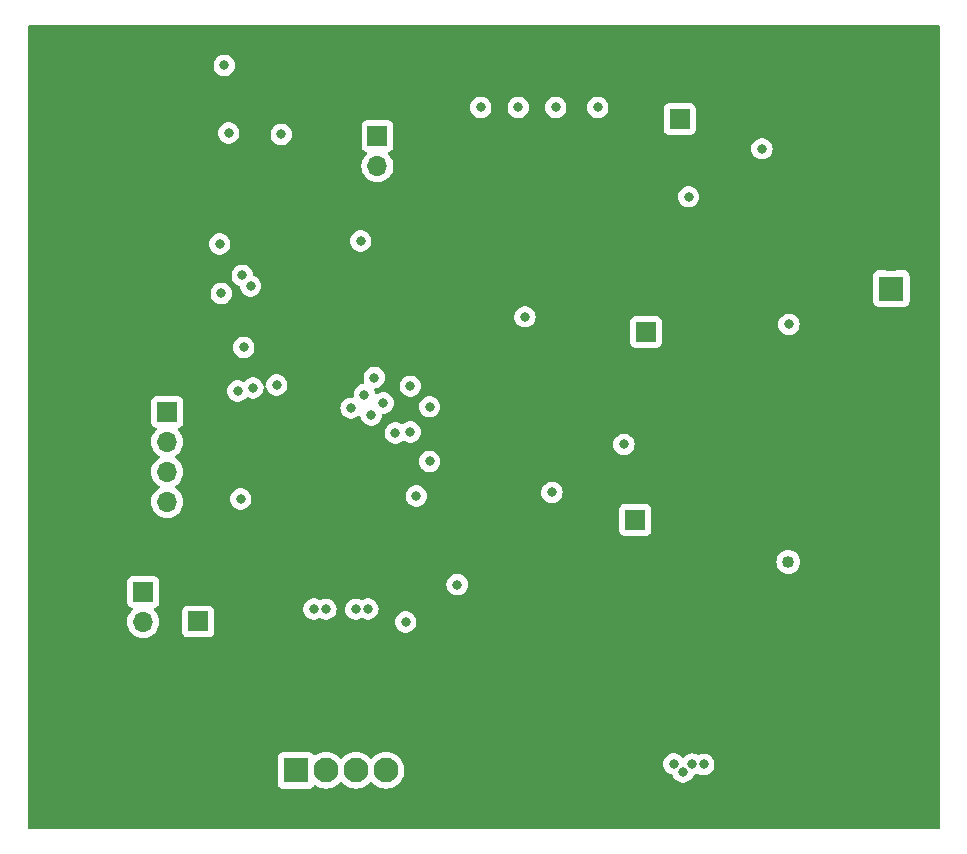
<source format=gbr>
%TF.GenerationSoftware,KiCad,Pcbnew,7.0.7*%
%TF.CreationDate,2024-10-25T12:06:38-05:00*%
%TF.ProjectId,TrackingTurrentBoard,54726163-6b69-46e6-9754-757272656e74,rev?*%
%TF.SameCoordinates,Original*%
%TF.FileFunction,Copper,L2,Inr*%
%TF.FilePolarity,Positive*%
%FSLAX46Y46*%
G04 Gerber Fmt 4.6, Leading zero omitted, Abs format (unit mm)*
G04 Created by KiCad (PCBNEW 7.0.7) date 2024-10-25 12:06:38*
%MOMM*%
%LPD*%
G01*
G04 APERTURE LIST*
%TA.AperFunction,ComponentPad*%
%ADD10R,1.700000X1.700000*%
%TD*%
%TA.AperFunction,ComponentPad*%
%ADD11O,1.700000X1.700000*%
%TD*%
%TA.AperFunction,ComponentPad*%
%ADD12R,2.100000X2.100000*%
%TD*%
%TA.AperFunction,ComponentPad*%
%ADD13C,2.100000*%
%TD*%
%TA.AperFunction,ComponentPad*%
%ADD14C,0.900000*%
%TD*%
%TA.AperFunction,ComponentPad*%
%ADD15C,8.600000*%
%TD*%
%TA.AperFunction,ComponentPad*%
%ADD16O,1.000000X2.200000*%
%TD*%
%TA.AperFunction,ComponentPad*%
%ADD17O,1.000000X1.800000*%
%TD*%
%TA.AperFunction,ViaPad*%
%ADD18C,0.800000*%
%TD*%
%TA.AperFunction,ViaPad*%
%ADD19C,1.016000*%
%TD*%
G04 APERTURE END LIST*
D10*
%TO.N,VBUS*%
%TO.C,J107*%
X162971400Y-81127600D03*
D11*
%TO.N,GND*%
X160431400Y-81127600D03*
%TD*%
D12*
%TO.N,VBUS*%
%TO.C,J108*%
X183725000Y-77440000D03*
D13*
%TO.N,GND*%
X183725000Y-74900000D03*
%TD*%
D12*
%TO.N,/Motors/OUTA1*%
%TO.C,J101*%
X133335000Y-118225000D03*
D13*
%TO.N,/Motors/OUTA2*%
X135875000Y-118225000D03*
%TO.N,/Motors/OUTB1*%
X138415000Y-118225000D03*
%TO.N,/Motors/OUTB2*%
X140955000Y-118225000D03*
%TD*%
D10*
%TO.N,/CHANNEL_B*%
%TO.C,J102*%
X122428000Y-87884000D03*
D11*
%TO.N,+5V*%
X122428000Y-90424000D03*
%TO.N,/CHANNEL_A*%
X122428000Y-92964000D03*
%TO.N,/INDEX*%
X122428000Y-95504000D03*
%TO.N,GND*%
X122428000Y-98044000D03*
%TD*%
D10*
%TO.N,+5V*%
%TO.C,J105*%
X162051800Y-97013200D03*
D11*
%TO.N,GND*%
X162051800Y-99553200D03*
%TD*%
D14*
%TO.N,GND*%
%TO.C,H104*%
X113465140Y-117116860D03*
X114409721Y-114836441D03*
X114409721Y-119397279D03*
X116690140Y-113891860D03*
D15*
X116690140Y-117116860D03*
D14*
X116690140Y-120341860D03*
X118970559Y-114836441D03*
X118970559Y-119397279D03*
X119915140Y-117116860D03*
%TD*%
%TO.N,GND*%
%TO.C,H101*%
X178534860Y-61191140D03*
X179479441Y-58910721D03*
X179479441Y-63471559D03*
X181759860Y-57966140D03*
D15*
X181759860Y-61191140D03*
D14*
X181759860Y-64416140D03*
X184040279Y-58910721D03*
X184040279Y-63471559D03*
X184984860Y-61191140D03*
%TD*%
D10*
%TO.N,/SERVO_PWM*%
%TO.C,J104*%
X120396000Y-103124000D03*
D11*
%TO.N,+5V*%
X120396000Y-105664000D03*
%TO.N,GND*%
X120396000Y-108204000D03*
%TD*%
D10*
%TO.N,Net-(J401-Pin_1)*%
%TO.C,J401*%
X125050000Y-105625000D03*
D11*
%TO.N,GND*%
X127590000Y-105625000D03*
%TD*%
D10*
%TO.N,+3.3V*%
%TO.C,J106*%
X165811200Y-63073200D03*
D11*
%TO.N,GND*%
X165811200Y-60533200D03*
%TD*%
D16*
%TO.N,GND*%
%TO.C,J110*%
X162305000Y-120625000D03*
X170945000Y-120625000D03*
D17*
X162305000Y-116625000D03*
X170945000Y-116625000D03*
%TD*%
D10*
%TO.N,/SDA*%
%TO.C,J103*%
X140225000Y-64525000D03*
D11*
%TO.N,/SCL*%
X140225000Y-67065000D03*
%TD*%
D14*
%TO.N,GND*%
%TO.C,H103*%
X178534860Y-117116860D03*
X179479441Y-114836441D03*
X179479441Y-119397279D03*
X181759860Y-113891860D03*
D15*
X181759860Y-117116860D03*
D14*
X181759860Y-120341860D03*
X184040279Y-114836441D03*
X184040279Y-119397279D03*
X184984860Y-117116860D03*
%TD*%
%TO.N,GND*%
%TO.C,H102*%
X113465140Y-61191140D03*
X114409721Y-58910721D03*
X114409721Y-63471559D03*
X116690140Y-57966140D03*
D15*
X116690140Y-61191140D03*
D14*
X116690140Y-64416140D03*
X118970559Y-58910721D03*
X118970559Y-63471559D03*
X119915140Y-61191140D03*
%TD*%
D18*
%TO.N,GND*%
X147193000Y-96647000D03*
X126873000Y-75971400D03*
X152146000Y-117348000D03*
X124333000Y-85344000D03*
X176276000Y-108077000D03*
X112575000Y-95225000D03*
X134575000Y-113125000D03*
X167767000Y-57531000D03*
X126111000Y-97917000D03*
X163322000Y-93091000D03*
X163775000Y-94775000D03*
X114173000Y-104521000D03*
X162750000Y-112050000D03*
X137125000Y-108800000D03*
X158115000Y-92964000D03*
X164338000Y-65379600D03*
X131826000Y-82550000D03*
X162275000Y-94700000D03*
X163626800Y-67767200D03*
X134366000Y-89281000D03*
X142367000Y-79629000D03*
X165252400Y-67767200D03*
X136779000Y-81153000D03*
X131775000Y-100825000D03*
X157937200Y-110896400D03*
X113792000Y-70231000D03*
X142240000Y-72898000D03*
X158115000Y-107442000D03*
X164439600Y-66802000D03*
X139065000Y-58547000D03*
X166217600Y-108000800D03*
X155575000Y-57404000D03*
X148971000Y-83947000D03*
X117475000Y-88800000D03*
X143383000Y-92964000D03*
X181737000Y-103251000D03*
X139725000Y-108800000D03*
X166268400Y-109880400D03*
X154940000Y-109093000D03*
%TO.N,+3.3V*%
X143510000Y-94996000D03*
X127254000Y-58547000D03*
X126873000Y-73660000D03*
X138811000Y-73406000D03*
X127000000Y-77851000D03*
X148971000Y-62103000D03*
X152146000Y-62103000D03*
X155321000Y-62103000D03*
X128905000Y-82423000D03*
X158877000Y-62103000D03*
X131699000Y-85598000D03*
X146975000Y-102500000D03*
D19*
%TO.N,+5V*%
X175006000Y-100584000D03*
D18*
%TO.N,VBUS*%
X142621000Y-105664000D03*
%TO.N,Net-(U201-SW)*%
X175056800Y-80480200D03*
X154990800Y-94704200D03*
X161086800Y-90640200D03*
%TO.N,Net-(U202-SW)*%
X166573200Y-69672200D03*
X172771200Y-65608200D03*
X152705200Y-79832200D03*
%TO.N,/EN\u005CFAULT*%
X141732000Y-89662000D03*
X139954000Y-84969701D03*
%TO.N,/STBY\u005CRST*%
X144648701Y-87452200D03*
X144648701Y-92079299D03*
%TO.N,/Motors/OUTA1*%
X134837000Y-104571500D03*
%TO.N,/Motors/OUTA2*%
X135853000Y-104588390D03*
%TO.N,/Motors/OUTB1*%
X138393000Y-104588390D03*
%TO.N,/Motors/OUTB2*%
X139409000Y-104571500D03*
%TO.N,/SERVO_PWM*%
X128397000Y-86106000D03*
%TO.N,/USB+*%
X166089765Y-118383980D03*
X167851880Y-117728732D03*
%TO.N,/USB-*%
X165313832Y-117688068D03*
X166875000Y-117700000D03*
%TO.N,/FTDI_RX*%
X137981200Y-87562200D03*
X139700000Y-88138000D03*
%TO.N,/FTDI_RTS*%
X139124201Y-86419201D03*
X140716000Y-87122000D03*
%TO.N,/FTDI_CTS*%
X143002000Y-85699600D03*
X143002000Y-89577500D03*
%TO.N,/STEP_PWM*%
X129671299Y-85856299D03*
X128651000Y-95250000D03*
%TO.N,/GPS_INT*%
X129479100Y-77216000D03*
X132080000Y-64389000D03*
%TO.N,/GPS_RST*%
X127635000Y-64262000D03*
X128778000Y-76327000D03*
%TD*%
%TA.AperFunction,Conductor*%
%TO.N,GND*%
G36*
X187775539Y-55138185D02*
G01*
X187821294Y-55190989D01*
X187832500Y-55242500D01*
X187832500Y-123065500D01*
X187812815Y-123132539D01*
X187760011Y-123178294D01*
X187708500Y-123189500D01*
X110741500Y-123189500D01*
X110674461Y-123169815D01*
X110628706Y-123117011D01*
X110617500Y-123065500D01*
X110617500Y-119322870D01*
X131784500Y-119322870D01*
X131784501Y-119322876D01*
X131790908Y-119382483D01*
X131841202Y-119517328D01*
X131841206Y-119517335D01*
X131927452Y-119632544D01*
X131927455Y-119632547D01*
X132042664Y-119718793D01*
X132042671Y-119718797D01*
X132177517Y-119769091D01*
X132177516Y-119769091D01*
X132184444Y-119769835D01*
X132237127Y-119775500D01*
X134432872Y-119775499D01*
X134492483Y-119769091D01*
X134627331Y-119718796D01*
X134742546Y-119632546D01*
X134820087Y-119528964D01*
X134876019Y-119487095D01*
X134945711Y-119482111D01*
X134984142Y-119497550D01*
X135168910Y-119610777D01*
X135394381Y-119704169D01*
X135394378Y-119704169D01*
X135394384Y-119704170D01*
X135394388Y-119704172D01*
X135631698Y-119761146D01*
X135875000Y-119780294D01*
X136118302Y-119761146D01*
X136355612Y-119704172D01*
X136581089Y-119610777D01*
X136789179Y-119483259D01*
X136974759Y-119324759D01*
X137042774Y-119245124D01*
X137050710Y-119235832D01*
X137109216Y-119197638D01*
X137179084Y-119197139D01*
X137238131Y-119234493D01*
X137239290Y-119235832D01*
X137313632Y-119322876D01*
X137315241Y-119324759D01*
X137382827Y-119382483D01*
X137500823Y-119483261D01*
X137500826Y-119483262D01*
X137708910Y-119610777D01*
X137934381Y-119704169D01*
X137934378Y-119704169D01*
X137934384Y-119704170D01*
X137934388Y-119704172D01*
X138171698Y-119761146D01*
X138415000Y-119780294D01*
X138658302Y-119761146D01*
X138895612Y-119704172D01*
X139121089Y-119610777D01*
X139329179Y-119483259D01*
X139514759Y-119324759D01*
X139582774Y-119245124D01*
X139590710Y-119235832D01*
X139649216Y-119197638D01*
X139719084Y-119197139D01*
X139778131Y-119234493D01*
X139779290Y-119235832D01*
X139853632Y-119322876D01*
X139855241Y-119324759D01*
X139922827Y-119382483D01*
X140040823Y-119483261D01*
X140040826Y-119483262D01*
X140248910Y-119610777D01*
X140474381Y-119704169D01*
X140474378Y-119704169D01*
X140474384Y-119704170D01*
X140474388Y-119704172D01*
X140711698Y-119761146D01*
X140955000Y-119780294D01*
X141198302Y-119761146D01*
X141435612Y-119704172D01*
X141661089Y-119610777D01*
X141869179Y-119483259D01*
X142054759Y-119324759D01*
X142213259Y-119139179D01*
X142340777Y-118931089D01*
X142434172Y-118705612D01*
X142491146Y-118468302D01*
X142510294Y-118225000D01*
X142491146Y-117981698D01*
X142434172Y-117744388D01*
X142410844Y-117688068D01*
X164408372Y-117688068D01*
X164428158Y-117876324D01*
X164428159Y-117876327D01*
X164486650Y-118056345D01*
X164486653Y-118056352D01*
X164581299Y-118220284D01*
X164707961Y-118360956D01*
X164861097Y-118472216D01*
X164861102Y-118472219D01*
X165034024Y-118549210D01*
X165034025Y-118549210D01*
X165034029Y-118549212D01*
X165138166Y-118571346D01*
X165138642Y-118571448D01*
X165200124Y-118604640D01*
X165230793Y-118654419D01*
X165262584Y-118752260D01*
X165262586Y-118752264D01*
X165357232Y-118916196D01*
X165370642Y-118931089D01*
X165483894Y-119056868D01*
X165637030Y-119168128D01*
X165637035Y-119168131D01*
X165809957Y-119245122D01*
X165809962Y-119245124D01*
X165995119Y-119284480D01*
X165995120Y-119284480D01*
X166184409Y-119284480D01*
X166184411Y-119284480D01*
X166369568Y-119245124D01*
X166542495Y-119168131D01*
X166695636Y-119056868D01*
X166822298Y-118916196D01*
X166916944Y-118752264D01*
X166943880Y-118669360D01*
X166983316Y-118611686D01*
X167036025Y-118586390D01*
X167154803Y-118561144D01*
X167154807Y-118561142D01*
X167154808Y-118561142D01*
X167282237Y-118504406D01*
X167351487Y-118495121D01*
X167394672Y-118510297D01*
X167399147Y-118512881D01*
X167399150Y-118512883D01*
X167399152Y-118512884D01*
X167399154Y-118512885D01*
X167572072Y-118589874D01*
X167572077Y-118589876D01*
X167757234Y-118629232D01*
X167757235Y-118629232D01*
X167946524Y-118629232D01*
X167946526Y-118629232D01*
X168131683Y-118589876D01*
X168304610Y-118512883D01*
X168457751Y-118401620D01*
X168584413Y-118260948D01*
X168679059Y-118097016D01*
X168737554Y-117916988D01*
X168757340Y-117728732D01*
X168737554Y-117540476D01*
X168679059Y-117360448D01*
X168584413Y-117196516D01*
X168457751Y-117055844D01*
X168457750Y-117055843D01*
X168304614Y-116944583D01*
X168304609Y-116944580D01*
X168131687Y-116867589D01*
X168131682Y-116867587D01*
X167985881Y-116836597D01*
X167946526Y-116828232D01*
X167757234Y-116828232D01*
X167724777Y-116835130D01*
X167572077Y-116867587D01*
X167444641Y-116924326D01*
X167375391Y-116933610D01*
X167332210Y-116918436D01*
X167327725Y-116915846D01*
X167154807Y-116838857D01*
X167154802Y-116838855D01*
X167009001Y-116807865D01*
X166969646Y-116799500D01*
X166780354Y-116799500D01*
X166747897Y-116806398D01*
X166595197Y-116838855D01*
X166595192Y-116838857D01*
X166422270Y-116915848D01*
X166422265Y-116915851D01*
X166269129Y-117027111D01*
X166269128Y-117027112D01*
X166191936Y-117112842D01*
X166132449Y-117149490D01*
X166062592Y-117148159D01*
X166007638Y-117112841D01*
X165919703Y-117015180D01*
X165919702Y-117015179D01*
X165766566Y-116903919D01*
X165766561Y-116903916D01*
X165593639Y-116826925D01*
X165593634Y-116826923D01*
X165447833Y-116795933D01*
X165408478Y-116787568D01*
X165219186Y-116787568D01*
X165186729Y-116794466D01*
X165034029Y-116826923D01*
X165034024Y-116826925D01*
X164861102Y-116903916D01*
X164861097Y-116903919D01*
X164707961Y-117015179D01*
X164581298Y-117155853D01*
X164486653Y-117319783D01*
X164486650Y-117319790D01*
X164473440Y-117360448D01*
X164428158Y-117499812D01*
X164408372Y-117688068D01*
X142410844Y-117688068D01*
X142340777Y-117518910D01*
X142213262Y-117310826D01*
X142213261Y-117310823D01*
X142163755Y-117252859D01*
X142054759Y-117125241D01*
X141925893Y-117015179D01*
X141869176Y-116966738D01*
X141869173Y-116966737D01*
X141661089Y-116839222D01*
X141435618Y-116745830D01*
X141435621Y-116745830D01*
X141329992Y-116720470D01*
X141198302Y-116688854D01*
X141198300Y-116688853D01*
X141198297Y-116688853D01*
X140955000Y-116669706D01*
X140711702Y-116688853D01*
X140711697Y-116688854D01*
X140711698Y-116688854D01*
X140535301Y-116731204D01*
X140474380Y-116745830D01*
X140248910Y-116839222D01*
X140040826Y-116966737D01*
X140040823Y-116966738D01*
X139855241Y-117125241D01*
X139779290Y-117214168D01*
X139720783Y-117252361D01*
X139650915Y-117252859D01*
X139591869Y-117215505D01*
X139590710Y-117214168D01*
X139540903Y-117155852D01*
X139514759Y-117125241D01*
X139385893Y-117015179D01*
X139329176Y-116966738D01*
X139329173Y-116966737D01*
X139121089Y-116839222D01*
X138895618Y-116745830D01*
X138895621Y-116745830D01*
X138789992Y-116720470D01*
X138658302Y-116688854D01*
X138658300Y-116688853D01*
X138658297Y-116688853D01*
X138415000Y-116669706D01*
X138171702Y-116688853D01*
X138171697Y-116688854D01*
X138171698Y-116688854D01*
X137995301Y-116731204D01*
X137934380Y-116745830D01*
X137708910Y-116839222D01*
X137500826Y-116966737D01*
X137500823Y-116966738D01*
X137315241Y-117125241D01*
X137239290Y-117214168D01*
X137180783Y-117252361D01*
X137110915Y-117252859D01*
X137051869Y-117215505D01*
X137050710Y-117214168D01*
X137000903Y-117155852D01*
X136974759Y-117125241D01*
X136845893Y-117015179D01*
X136789176Y-116966738D01*
X136789173Y-116966737D01*
X136581089Y-116839222D01*
X136355618Y-116745830D01*
X136355621Y-116745830D01*
X136249992Y-116720470D01*
X136118302Y-116688854D01*
X136118300Y-116688853D01*
X136118297Y-116688853D01*
X135875000Y-116669706D01*
X135631702Y-116688853D01*
X135631697Y-116688854D01*
X135631698Y-116688854D01*
X135455301Y-116731204D01*
X135394380Y-116745830D01*
X135168910Y-116839222D01*
X134984142Y-116952449D01*
X134916696Y-116970694D01*
X134850094Y-116949578D01*
X134820086Y-116921033D01*
X134742547Y-116817455D01*
X134742544Y-116817452D01*
X134627335Y-116731206D01*
X134627328Y-116731202D01*
X134492482Y-116680908D01*
X134492483Y-116680908D01*
X134432883Y-116674501D01*
X134432881Y-116674500D01*
X134432873Y-116674500D01*
X134432864Y-116674500D01*
X132237129Y-116674500D01*
X132237123Y-116674501D01*
X132177516Y-116680908D01*
X132042671Y-116731202D01*
X132042664Y-116731206D01*
X131927455Y-116817452D01*
X131927452Y-116817455D01*
X131841206Y-116932664D01*
X131841202Y-116932671D01*
X131790908Y-117067517D01*
X131784501Y-117127116D01*
X131784500Y-117127135D01*
X131784500Y-119322870D01*
X110617500Y-119322870D01*
X110617500Y-105664000D01*
X119040341Y-105664000D01*
X119060936Y-105899403D01*
X119060938Y-105899413D01*
X119122094Y-106127655D01*
X119122096Y-106127659D01*
X119122097Y-106127663D01*
X119154063Y-106196214D01*
X119221965Y-106341830D01*
X119221967Y-106341834D01*
X119296412Y-106448151D01*
X119357505Y-106535401D01*
X119524599Y-106702495D01*
X119545793Y-106717335D01*
X119718165Y-106838032D01*
X119718167Y-106838033D01*
X119718170Y-106838035D01*
X119932337Y-106937903D01*
X120160592Y-106999063D01*
X120348918Y-107015539D01*
X120395999Y-107019659D01*
X120396000Y-107019659D01*
X120396001Y-107019659D01*
X120435234Y-107016226D01*
X120631408Y-106999063D01*
X120859663Y-106937903D01*
X121073830Y-106838035D01*
X121267401Y-106702495D01*
X121434495Y-106535401D01*
X121443269Y-106522870D01*
X123699500Y-106522870D01*
X123699501Y-106522876D01*
X123705908Y-106582483D01*
X123756202Y-106717328D01*
X123756206Y-106717335D01*
X123842452Y-106832544D01*
X123842455Y-106832547D01*
X123957664Y-106918793D01*
X123957671Y-106918797D01*
X124092517Y-106969091D01*
X124092516Y-106969091D01*
X124099444Y-106969835D01*
X124152127Y-106975500D01*
X125947872Y-106975499D01*
X126007483Y-106969091D01*
X126142331Y-106918796D01*
X126257546Y-106832546D01*
X126343796Y-106717331D01*
X126394091Y-106582483D01*
X126400500Y-106522873D01*
X126400500Y-105664000D01*
X141715540Y-105664000D01*
X141735326Y-105852256D01*
X141735327Y-105852259D01*
X141793818Y-106032277D01*
X141793821Y-106032284D01*
X141888467Y-106196216D01*
X142015128Y-106336887D01*
X142015129Y-106336888D01*
X142168265Y-106448148D01*
X142168270Y-106448151D01*
X142341192Y-106525142D01*
X142341197Y-106525144D01*
X142526354Y-106564500D01*
X142526355Y-106564500D01*
X142715644Y-106564500D01*
X142715646Y-106564500D01*
X142900803Y-106525144D01*
X143073730Y-106448151D01*
X143226871Y-106336888D01*
X143353533Y-106196216D01*
X143448179Y-106032284D01*
X143506674Y-105852256D01*
X143526460Y-105664000D01*
X143506674Y-105475744D01*
X143448179Y-105295716D01*
X143353533Y-105131784D01*
X143226871Y-104991112D01*
X143226870Y-104991111D01*
X143073734Y-104879851D01*
X143073729Y-104879848D01*
X142900807Y-104802857D01*
X142900802Y-104802855D01*
X142755000Y-104771865D01*
X142715646Y-104763500D01*
X142526354Y-104763500D01*
X142493897Y-104770398D01*
X142341197Y-104802855D01*
X142341192Y-104802857D01*
X142168270Y-104879848D01*
X142168265Y-104879851D01*
X142015129Y-104991111D01*
X141888466Y-105131785D01*
X141793821Y-105295715D01*
X141793818Y-105295722D01*
X141735327Y-105475740D01*
X141735326Y-105475744D01*
X141715540Y-105664000D01*
X126400500Y-105664000D01*
X126400499Y-104727128D01*
X126394091Y-104667517D01*
X126358279Y-104571500D01*
X133931540Y-104571500D01*
X133951326Y-104759756D01*
X133951327Y-104759759D01*
X134009818Y-104939777D01*
X134009821Y-104939784D01*
X134104467Y-105103716D01*
X134231129Y-105244387D01*
X134231129Y-105244388D01*
X134384265Y-105355648D01*
X134384270Y-105355651D01*
X134557192Y-105432642D01*
X134557197Y-105432644D01*
X134742354Y-105472000D01*
X134742355Y-105472000D01*
X134931644Y-105472000D01*
X134931646Y-105472000D01*
X135116803Y-105432644D01*
X135278453Y-105360671D01*
X135347702Y-105351387D01*
X135393978Y-105370428D01*
X135394637Y-105369289D01*
X135400270Y-105372541D01*
X135573192Y-105449532D01*
X135573197Y-105449534D01*
X135758354Y-105488890D01*
X135758355Y-105488890D01*
X135947644Y-105488890D01*
X135947646Y-105488890D01*
X136132803Y-105449534D01*
X136305730Y-105372541D01*
X136458871Y-105261278D01*
X136585533Y-105120606D01*
X136680179Y-104956674D01*
X136738674Y-104776646D01*
X136758460Y-104588390D01*
X137487540Y-104588390D01*
X137507326Y-104776646D01*
X137507327Y-104776649D01*
X137565818Y-104956667D01*
X137565821Y-104956674D01*
X137660467Y-105120606D01*
X137732264Y-105200344D01*
X137787129Y-105261278D01*
X137940265Y-105372538D01*
X137940270Y-105372541D01*
X138113192Y-105449532D01*
X138113197Y-105449534D01*
X138298354Y-105488890D01*
X138298355Y-105488890D01*
X138487644Y-105488890D01*
X138487646Y-105488890D01*
X138672803Y-105449534D01*
X138845730Y-105372541D01*
X138845731Y-105372539D01*
X138851359Y-105369292D01*
X138852220Y-105370783D01*
X138910021Y-105350154D01*
X138967546Y-105360671D01*
X139129197Y-105432644D01*
X139314354Y-105472000D01*
X139314355Y-105472000D01*
X139503644Y-105472000D01*
X139503646Y-105472000D01*
X139688803Y-105432644D01*
X139861730Y-105355651D01*
X140014871Y-105244388D01*
X140141533Y-105103716D01*
X140236179Y-104939784D01*
X140294674Y-104759756D01*
X140314460Y-104571500D01*
X140294674Y-104383244D01*
X140236179Y-104203216D01*
X140141533Y-104039284D01*
X140014871Y-103898612D01*
X140014870Y-103898611D01*
X139861734Y-103787351D01*
X139861729Y-103787348D01*
X139688807Y-103710357D01*
X139688802Y-103710355D01*
X139543001Y-103679365D01*
X139503646Y-103671000D01*
X139314354Y-103671000D01*
X139281897Y-103677898D01*
X139129197Y-103710355D01*
X139129192Y-103710357D01*
X138956267Y-103787350D01*
X138950642Y-103790598D01*
X138949784Y-103789112D01*
X138891942Y-103809737D01*
X138834452Y-103799217D01*
X138672807Y-103727247D01*
X138672802Y-103727245D01*
X138527001Y-103696255D01*
X138487646Y-103687890D01*
X138298354Y-103687890D01*
X138265897Y-103694788D01*
X138113197Y-103727245D01*
X138113192Y-103727247D01*
X137940270Y-103804238D01*
X137940265Y-103804241D01*
X137787129Y-103915501D01*
X137660466Y-104056175D01*
X137565821Y-104220105D01*
X137565818Y-104220112D01*
X137529611Y-104331547D01*
X137507326Y-104400134D01*
X137487540Y-104588390D01*
X136758460Y-104588390D01*
X136738674Y-104400134D01*
X136680179Y-104220106D01*
X136585533Y-104056174D01*
X136458871Y-103915502D01*
X136435624Y-103898612D01*
X136305734Y-103804241D01*
X136305729Y-103804238D01*
X136132807Y-103727247D01*
X136132802Y-103727245D01*
X135987001Y-103696255D01*
X135947646Y-103687890D01*
X135758354Y-103687890D01*
X135725897Y-103694788D01*
X135573197Y-103727245D01*
X135573192Y-103727247D01*
X135411548Y-103799217D01*
X135342298Y-103808502D01*
X135296019Y-103789464D01*
X135295363Y-103790601D01*
X135289729Y-103787348D01*
X135116807Y-103710357D01*
X135116802Y-103710355D01*
X134971001Y-103679365D01*
X134931646Y-103671000D01*
X134742354Y-103671000D01*
X134709897Y-103677898D01*
X134557197Y-103710355D01*
X134557192Y-103710357D01*
X134384270Y-103787348D01*
X134384265Y-103787351D01*
X134231129Y-103898611D01*
X134104466Y-104039285D01*
X134009821Y-104203215D01*
X134009818Y-104203222D01*
X133968123Y-104331547D01*
X133951326Y-104383244D01*
X133931540Y-104571500D01*
X126358279Y-104571500D01*
X126343796Y-104532669D01*
X126343795Y-104532668D01*
X126343793Y-104532664D01*
X126257547Y-104417455D01*
X126257544Y-104417452D01*
X126142335Y-104331206D01*
X126142328Y-104331202D01*
X126007482Y-104280908D01*
X126007483Y-104280908D01*
X125947883Y-104274501D01*
X125947881Y-104274500D01*
X125947873Y-104274500D01*
X125947864Y-104274500D01*
X124152129Y-104274500D01*
X124152123Y-104274501D01*
X124092516Y-104280908D01*
X123957671Y-104331202D01*
X123957664Y-104331206D01*
X123842455Y-104417452D01*
X123842452Y-104417455D01*
X123756206Y-104532664D01*
X123756202Y-104532671D01*
X123705908Y-104667517D01*
X123699501Y-104727116D01*
X123699501Y-104727123D01*
X123699500Y-104727135D01*
X123699500Y-106522870D01*
X121443269Y-106522870D01*
X121570035Y-106341830D01*
X121669903Y-106127663D01*
X121731063Y-105899408D01*
X121751659Y-105664000D01*
X121731063Y-105428592D01*
X121669903Y-105200337D01*
X121570035Y-104986171D01*
X121549376Y-104956667D01*
X121434496Y-104792600D01*
X121401652Y-104759756D01*
X121312567Y-104670671D01*
X121279084Y-104609351D01*
X121284068Y-104539659D01*
X121325939Y-104483725D01*
X121356915Y-104466810D01*
X121488331Y-104417796D01*
X121603546Y-104331546D01*
X121689796Y-104216331D01*
X121740091Y-104081483D01*
X121746500Y-104021873D01*
X121746499Y-102500000D01*
X146069540Y-102500000D01*
X146089326Y-102688256D01*
X146089327Y-102688259D01*
X146147818Y-102868277D01*
X146147821Y-102868284D01*
X146242467Y-103032216D01*
X146369129Y-103172887D01*
X146369129Y-103172888D01*
X146522265Y-103284148D01*
X146522270Y-103284151D01*
X146695192Y-103361142D01*
X146695197Y-103361144D01*
X146880354Y-103400500D01*
X146880355Y-103400500D01*
X147069644Y-103400500D01*
X147069646Y-103400500D01*
X147254803Y-103361144D01*
X147427730Y-103284151D01*
X147580871Y-103172888D01*
X147707533Y-103032216D01*
X147802179Y-102868284D01*
X147860674Y-102688256D01*
X147880460Y-102500000D01*
X147860674Y-102311744D01*
X147802179Y-102131716D01*
X147707533Y-101967784D01*
X147580871Y-101827112D01*
X147580870Y-101827111D01*
X147427734Y-101715851D01*
X147427729Y-101715848D01*
X147254807Y-101638857D01*
X147254802Y-101638855D01*
X147109001Y-101607865D01*
X147069646Y-101599500D01*
X146880354Y-101599500D01*
X146847897Y-101606398D01*
X146695197Y-101638855D01*
X146695192Y-101638857D01*
X146522270Y-101715848D01*
X146522265Y-101715851D01*
X146369129Y-101827111D01*
X146242466Y-101967785D01*
X146147821Y-102131715D01*
X146147818Y-102131722D01*
X146117144Y-102226128D01*
X146089326Y-102311744D01*
X146069540Y-102500000D01*
X121746499Y-102500000D01*
X121746499Y-102226128D01*
X121740091Y-102166517D01*
X121727113Y-102131722D01*
X121689797Y-102031671D01*
X121689793Y-102031664D01*
X121603547Y-101916455D01*
X121603544Y-101916452D01*
X121488335Y-101830206D01*
X121488328Y-101830202D01*
X121353482Y-101779908D01*
X121353483Y-101779908D01*
X121293883Y-101773501D01*
X121293881Y-101773500D01*
X121293873Y-101773500D01*
X121293864Y-101773500D01*
X119498129Y-101773500D01*
X119498123Y-101773501D01*
X119438516Y-101779908D01*
X119303671Y-101830202D01*
X119303664Y-101830206D01*
X119188455Y-101916452D01*
X119188452Y-101916455D01*
X119102206Y-102031664D01*
X119102202Y-102031671D01*
X119051908Y-102166517D01*
X119045501Y-102226116D01*
X119045501Y-102226123D01*
X119045500Y-102226135D01*
X119045500Y-104021870D01*
X119045501Y-104021876D01*
X119051908Y-104081483D01*
X119102202Y-104216328D01*
X119102206Y-104216335D01*
X119188452Y-104331544D01*
X119188455Y-104331547D01*
X119303664Y-104417793D01*
X119303671Y-104417797D01*
X119435081Y-104466810D01*
X119491015Y-104508681D01*
X119515432Y-104574145D01*
X119500580Y-104642418D01*
X119479430Y-104670673D01*
X119357503Y-104792600D01*
X119221965Y-104986169D01*
X119221964Y-104986171D01*
X119122098Y-105200335D01*
X119122094Y-105200344D01*
X119060938Y-105428586D01*
X119060936Y-105428596D01*
X119040341Y-105663999D01*
X119040341Y-105664000D01*
X110617500Y-105664000D01*
X110617500Y-100583999D01*
X173992620Y-100583999D01*
X174012091Y-100781699D01*
X174069760Y-100971808D01*
X174163401Y-101146998D01*
X174163405Y-101147005D01*
X174289431Y-101300568D01*
X174442994Y-101426594D01*
X174443001Y-101426598D01*
X174618191Y-101520239D01*
X174618193Y-101520239D01*
X174618196Y-101520241D01*
X174808299Y-101577908D01*
X174808298Y-101577908D01*
X174826024Y-101579653D01*
X175006000Y-101597380D01*
X175203701Y-101577908D01*
X175393804Y-101520241D01*
X175569004Y-101426595D01*
X175722568Y-101300568D01*
X175848595Y-101147004D01*
X175942241Y-100971804D01*
X175999908Y-100781701D01*
X176019380Y-100584000D01*
X175999908Y-100386299D01*
X175942241Y-100196196D01*
X175942239Y-100196193D01*
X175942239Y-100196191D01*
X175848598Y-100021001D01*
X175848594Y-100020994D01*
X175722568Y-99867431D01*
X175569005Y-99741405D01*
X175568998Y-99741401D01*
X175393808Y-99647760D01*
X175298752Y-99618925D01*
X175203701Y-99590092D01*
X175203699Y-99590091D01*
X175203701Y-99590091D01*
X175023725Y-99572365D01*
X175006000Y-99570620D01*
X175005999Y-99570620D01*
X174808300Y-99590091D01*
X174618191Y-99647760D01*
X174443001Y-99741401D01*
X174442994Y-99741405D01*
X174289431Y-99867431D01*
X174163405Y-100020994D01*
X174163401Y-100021001D01*
X174069760Y-100196191D01*
X174012091Y-100386300D01*
X173992620Y-100583999D01*
X110617500Y-100583999D01*
X110617500Y-97911070D01*
X160701300Y-97911070D01*
X160701301Y-97911076D01*
X160707708Y-97970683D01*
X160758002Y-98105528D01*
X160758006Y-98105535D01*
X160844252Y-98220744D01*
X160844255Y-98220747D01*
X160959464Y-98306993D01*
X160959471Y-98306997D01*
X161094317Y-98357291D01*
X161094316Y-98357291D01*
X161101244Y-98358035D01*
X161153927Y-98363700D01*
X162949672Y-98363699D01*
X163009283Y-98357291D01*
X163144131Y-98306996D01*
X163259346Y-98220746D01*
X163345596Y-98105531D01*
X163395891Y-97970683D01*
X163402300Y-97911073D01*
X163402299Y-96115328D01*
X163395891Y-96055717D01*
X163387847Y-96034151D01*
X163345597Y-95920871D01*
X163345593Y-95920864D01*
X163259347Y-95805655D01*
X163259344Y-95805652D01*
X163144135Y-95719406D01*
X163144128Y-95719402D01*
X163009282Y-95669108D01*
X163009283Y-95669108D01*
X162949683Y-95662701D01*
X162949681Y-95662700D01*
X162949673Y-95662700D01*
X162949664Y-95662700D01*
X161153929Y-95662700D01*
X161153923Y-95662701D01*
X161094316Y-95669108D01*
X160959471Y-95719402D01*
X160959464Y-95719406D01*
X160844255Y-95805652D01*
X160844252Y-95805655D01*
X160758006Y-95920864D01*
X160758002Y-95920871D01*
X160707708Y-96055717D01*
X160701301Y-96115316D01*
X160701301Y-96115323D01*
X160701300Y-96115335D01*
X160701300Y-97911070D01*
X110617500Y-97911070D01*
X110617500Y-95504000D01*
X121072341Y-95504000D01*
X121092936Y-95739403D01*
X121092938Y-95739413D01*
X121154094Y-95967655D01*
X121154096Y-95967659D01*
X121154097Y-95967663D01*
X121222949Y-96115316D01*
X121253965Y-96181830D01*
X121253967Y-96181834D01*
X121362281Y-96336521D01*
X121389505Y-96375401D01*
X121556599Y-96542495D01*
X121653384Y-96610264D01*
X121750165Y-96678032D01*
X121750167Y-96678033D01*
X121750170Y-96678035D01*
X121964337Y-96777903D01*
X122192592Y-96839063D01*
X122380918Y-96855539D01*
X122427999Y-96859659D01*
X122428000Y-96859659D01*
X122428001Y-96859659D01*
X122467234Y-96856226D01*
X122663408Y-96839063D01*
X122891663Y-96777903D01*
X123105830Y-96678035D01*
X123299401Y-96542495D01*
X123466495Y-96375401D01*
X123602035Y-96181830D01*
X123701903Y-95967663D01*
X123763063Y-95739408D01*
X123783659Y-95504000D01*
X123763063Y-95268592D01*
X123758081Y-95250000D01*
X127745540Y-95250000D01*
X127765326Y-95438256D01*
X127765327Y-95438259D01*
X127823818Y-95618277D01*
X127823821Y-95618284D01*
X127918467Y-95782216D01*
X127939571Y-95805654D01*
X128045129Y-95922888D01*
X128198265Y-96034148D01*
X128198270Y-96034151D01*
X128371192Y-96111142D01*
X128371197Y-96111144D01*
X128556354Y-96150500D01*
X128556355Y-96150500D01*
X128745644Y-96150500D01*
X128745646Y-96150500D01*
X128930803Y-96111144D01*
X129103730Y-96034151D01*
X129256871Y-95922888D01*
X129383533Y-95782216D01*
X129478179Y-95618284D01*
X129536674Y-95438256D01*
X129556460Y-95250000D01*
X129536674Y-95061744D01*
X129515312Y-94996000D01*
X142604540Y-94996000D01*
X142624326Y-95184256D01*
X142624327Y-95184259D01*
X142682818Y-95364277D01*
X142682821Y-95364284D01*
X142777467Y-95528216D01*
X142846334Y-95604700D01*
X142904129Y-95668888D01*
X143057265Y-95780148D01*
X143057270Y-95780151D01*
X143230192Y-95857142D01*
X143230197Y-95857144D01*
X143415354Y-95896500D01*
X143415355Y-95896500D01*
X143604644Y-95896500D01*
X143604646Y-95896500D01*
X143789803Y-95857144D01*
X143962730Y-95780151D01*
X144115871Y-95668888D01*
X144242533Y-95528216D01*
X144337179Y-95364284D01*
X144395674Y-95184256D01*
X144415460Y-94996000D01*
X144395674Y-94807744D01*
X144362030Y-94704200D01*
X154085340Y-94704200D01*
X154105126Y-94892456D01*
X154105127Y-94892459D01*
X154163618Y-95072477D01*
X154163621Y-95072484D01*
X154258267Y-95236416D01*
X154373394Y-95364277D01*
X154384929Y-95377088D01*
X154538065Y-95488348D01*
X154538070Y-95488351D01*
X154710992Y-95565342D01*
X154710997Y-95565344D01*
X154896154Y-95604700D01*
X154896155Y-95604700D01*
X155085444Y-95604700D01*
X155085446Y-95604700D01*
X155270603Y-95565344D01*
X155443530Y-95488351D01*
X155596671Y-95377088D01*
X155723333Y-95236416D01*
X155817979Y-95072484D01*
X155876474Y-94892456D01*
X155896260Y-94704200D01*
X155876474Y-94515944D01*
X155817979Y-94335916D01*
X155723333Y-94171984D01*
X155596671Y-94031312D01*
X155557005Y-94002493D01*
X155443534Y-93920051D01*
X155443529Y-93920048D01*
X155270607Y-93843057D01*
X155270602Y-93843055D01*
X155124800Y-93812065D01*
X155085446Y-93803700D01*
X154896154Y-93803700D01*
X154863697Y-93810598D01*
X154710997Y-93843055D01*
X154710992Y-93843057D01*
X154538070Y-93920048D01*
X154538065Y-93920051D01*
X154384929Y-94031311D01*
X154258266Y-94171985D01*
X154163621Y-94335915D01*
X154163618Y-94335922D01*
X154121402Y-94465851D01*
X154105126Y-94515944D01*
X154085340Y-94704200D01*
X144362030Y-94704200D01*
X144337179Y-94627716D01*
X144242533Y-94463784D01*
X144115871Y-94323112D01*
X144110012Y-94318855D01*
X143962734Y-94211851D01*
X143962729Y-94211848D01*
X143789807Y-94134857D01*
X143789802Y-94134855D01*
X143644000Y-94103865D01*
X143604646Y-94095500D01*
X143415354Y-94095500D01*
X143382897Y-94102398D01*
X143230197Y-94134855D01*
X143230192Y-94134857D01*
X143057270Y-94211848D01*
X143057265Y-94211851D01*
X142904129Y-94323111D01*
X142777466Y-94463785D01*
X142682821Y-94627715D01*
X142682818Y-94627722D01*
X142624327Y-94807740D01*
X142624326Y-94807744D01*
X142604540Y-94996000D01*
X129515312Y-94996000D01*
X129478179Y-94881716D01*
X129383533Y-94717784D01*
X129256871Y-94577112D01*
X129256870Y-94577111D01*
X129103734Y-94465851D01*
X129103729Y-94465848D01*
X128930807Y-94388857D01*
X128930802Y-94388855D01*
X128785001Y-94357865D01*
X128745646Y-94349500D01*
X128556354Y-94349500D01*
X128523897Y-94356398D01*
X128371197Y-94388855D01*
X128371192Y-94388857D01*
X128198270Y-94465848D01*
X128198265Y-94465851D01*
X128045129Y-94577111D01*
X127918466Y-94717785D01*
X127823821Y-94881715D01*
X127823818Y-94881722D01*
X127772279Y-95040344D01*
X127765326Y-95061744D01*
X127745540Y-95250000D01*
X123758081Y-95250000D01*
X123701903Y-95040337D01*
X123602035Y-94826171D01*
X123589133Y-94807744D01*
X123466494Y-94632597D01*
X123299402Y-94465506D01*
X123299396Y-94465501D01*
X123113842Y-94335575D01*
X123070217Y-94280998D01*
X123063023Y-94211500D01*
X123094546Y-94149145D01*
X123113842Y-94132425D01*
X123258246Y-94031312D01*
X123299401Y-94002495D01*
X123466495Y-93835401D01*
X123602035Y-93641830D01*
X123701903Y-93427663D01*
X123763063Y-93199408D01*
X123783659Y-92964000D01*
X123763063Y-92728592D01*
X123701903Y-92500337D01*
X123602035Y-92286171D01*
X123466495Y-92092599D01*
X123466494Y-92092597D01*
X123453196Y-92079299D01*
X143743241Y-92079299D01*
X143763027Y-92267555D01*
X143763028Y-92267558D01*
X143821519Y-92447576D01*
X143821522Y-92447583D01*
X143916168Y-92611515D01*
X144021580Y-92728586D01*
X144042830Y-92752187D01*
X144195966Y-92863447D01*
X144195971Y-92863450D01*
X144368893Y-92940441D01*
X144368898Y-92940443D01*
X144554055Y-92979799D01*
X144554056Y-92979799D01*
X144743345Y-92979799D01*
X144743347Y-92979799D01*
X144928504Y-92940443D01*
X145101431Y-92863450D01*
X145254572Y-92752187D01*
X145381234Y-92611515D01*
X145475880Y-92447583D01*
X145534375Y-92267555D01*
X145554161Y-92079299D01*
X145534375Y-91891043D01*
X145475880Y-91711015D01*
X145381234Y-91547083D01*
X145254572Y-91406411D01*
X145254571Y-91406410D01*
X145101435Y-91295150D01*
X145101430Y-91295147D01*
X144928508Y-91218156D01*
X144928503Y-91218154D01*
X144782701Y-91187164D01*
X144743347Y-91178799D01*
X144554055Y-91178799D01*
X144521598Y-91185697D01*
X144368898Y-91218154D01*
X144368893Y-91218156D01*
X144195971Y-91295147D01*
X144195966Y-91295150D01*
X144042830Y-91406410D01*
X143916167Y-91547084D01*
X143821522Y-91711014D01*
X143821519Y-91711021D01*
X143763028Y-91891039D01*
X143763027Y-91891043D01*
X143743241Y-92079299D01*
X123453196Y-92079299D01*
X123299402Y-91925506D01*
X123299401Y-91925505D01*
X123113842Y-91795575D01*
X123113841Y-91795574D01*
X123070216Y-91740997D01*
X123063024Y-91671498D01*
X123094546Y-91609144D01*
X123113836Y-91592428D01*
X123299401Y-91462495D01*
X123466495Y-91295401D01*
X123602035Y-91101830D01*
X123701903Y-90887663D01*
X123763063Y-90659408D01*
X123764744Y-90640200D01*
X160181340Y-90640200D01*
X160201126Y-90828456D01*
X160201127Y-90828459D01*
X160259618Y-91008477D01*
X160259621Y-91008484D01*
X160354267Y-91172416D01*
X160480929Y-91313088D01*
X160634065Y-91424348D01*
X160634070Y-91424351D01*
X160806992Y-91501342D01*
X160806997Y-91501344D01*
X160992154Y-91540700D01*
X160992155Y-91540700D01*
X161181444Y-91540700D01*
X161181446Y-91540700D01*
X161366603Y-91501344D01*
X161539530Y-91424351D01*
X161692671Y-91313088D01*
X161819333Y-91172416D01*
X161913979Y-91008484D01*
X161972474Y-90828456D01*
X161992260Y-90640200D01*
X161972474Y-90451944D01*
X161913979Y-90271916D01*
X161819333Y-90107984D01*
X161692671Y-89967312D01*
X161692670Y-89967311D01*
X161539534Y-89856051D01*
X161539529Y-89856048D01*
X161366607Y-89779057D01*
X161366602Y-89779055D01*
X161211890Y-89746171D01*
X161181446Y-89739700D01*
X160992154Y-89739700D01*
X160961710Y-89746171D01*
X160806997Y-89779055D01*
X160806992Y-89779057D01*
X160634070Y-89856048D01*
X160634065Y-89856051D01*
X160480929Y-89967311D01*
X160354266Y-90107985D01*
X160259621Y-90271915D01*
X160259618Y-90271922D01*
X160205448Y-90438642D01*
X160201126Y-90451944D01*
X160181340Y-90640200D01*
X123764744Y-90640200D01*
X123783659Y-90424000D01*
X123763063Y-90188592D01*
X123701903Y-89960337D01*
X123602035Y-89746171D01*
X123543098Y-89662000D01*
X140826540Y-89662000D01*
X140846326Y-89850256D01*
X140846327Y-89850259D01*
X140904818Y-90030277D01*
X140904821Y-90030284D01*
X140999467Y-90194216D01*
X141103972Y-90310280D01*
X141126129Y-90334888D01*
X141279265Y-90446148D01*
X141279270Y-90446151D01*
X141452192Y-90523142D01*
X141452197Y-90523144D01*
X141637354Y-90562500D01*
X141637355Y-90562500D01*
X141826644Y-90562500D01*
X141826646Y-90562500D01*
X142011803Y-90523144D01*
X142184730Y-90446151D01*
X142337871Y-90334888D01*
X142337879Y-90334878D01*
X142341198Y-90331892D01*
X142404188Y-90301658D01*
X142473523Y-90310280D01*
X142497060Y-90323719D01*
X142549265Y-90361648D01*
X142549270Y-90361651D01*
X142722192Y-90438642D01*
X142722197Y-90438644D01*
X142907354Y-90478000D01*
X142907355Y-90478000D01*
X143096644Y-90478000D01*
X143096646Y-90478000D01*
X143281803Y-90438644D01*
X143454730Y-90361651D01*
X143607871Y-90250388D01*
X143734533Y-90109716D01*
X143829179Y-89945784D01*
X143887674Y-89765756D01*
X143907460Y-89577500D01*
X143887674Y-89389244D01*
X143829179Y-89209216D01*
X143734533Y-89045284D01*
X143607871Y-88904612D01*
X143607867Y-88904609D01*
X143454734Y-88793351D01*
X143454729Y-88793348D01*
X143281807Y-88716357D01*
X143281802Y-88716355D01*
X143136001Y-88685365D01*
X143096646Y-88677000D01*
X142907354Y-88677000D01*
X142874897Y-88683898D01*
X142722197Y-88716355D01*
X142722192Y-88716357D01*
X142549270Y-88793348D01*
X142549265Y-88793351D01*
X142396131Y-88904609D01*
X142392790Y-88907618D01*
X142329796Y-88937843D01*
X142260462Y-88929213D01*
X142236939Y-88915781D01*
X142184730Y-88877849D01*
X142184728Y-88877848D01*
X142184729Y-88877848D01*
X142011807Y-88800857D01*
X142011802Y-88800855D01*
X141866001Y-88769865D01*
X141826646Y-88761500D01*
X141637354Y-88761500D01*
X141604897Y-88768398D01*
X141452197Y-88800855D01*
X141452192Y-88800857D01*
X141279270Y-88877848D01*
X141279265Y-88877851D01*
X141126129Y-88989111D01*
X140999466Y-89129785D01*
X140904821Y-89293715D01*
X140904818Y-89293722D01*
X140860320Y-89430674D01*
X140846326Y-89473744D01*
X140826540Y-89662000D01*
X123543098Y-89662000D01*
X123466495Y-89552599D01*
X123344567Y-89430671D01*
X123311084Y-89369351D01*
X123316068Y-89299659D01*
X123357939Y-89243725D01*
X123388915Y-89226810D01*
X123520331Y-89177796D01*
X123635546Y-89091546D01*
X123721796Y-88976331D01*
X123772091Y-88841483D01*
X123778500Y-88781873D01*
X123778499Y-87562200D01*
X137075740Y-87562200D01*
X137095526Y-87750456D01*
X137095527Y-87750459D01*
X137154018Y-87930477D01*
X137154021Y-87930484D01*
X137248667Y-88094416D01*
X137333769Y-88188931D01*
X137375329Y-88235088D01*
X137528465Y-88346348D01*
X137528470Y-88346351D01*
X137701392Y-88423342D01*
X137701397Y-88423344D01*
X137886554Y-88462700D01*
X137886555Y-88462700D01*
X138075844Y-88462700D01*
X138075846Y-88462700D01*
X138261003Y-88423344D01*
X138433930Y-88346351D01*
X138587071Y-88235088D01*
X138595631Y-88225580D01*
X138655115Y-88188931D01*
X138724972Y-88190259D01*
X138783021Y-88229144D01*
X138810833Y-88293240D01*
X138811100Y-88295562D01*
X138814326Y-88326256D01*
X138814327Y-88326259D01*
X138872818Y-88506277D01*
X138872821Y-88506284D01*
X138967467Y-88670216D01*
X139068013Y-88781883D01*
X139094129Y-88810888D01*
X139247265Y-88922148D01*
X139247270Y-88922151D01*
X139420192Y-88999142D01*
X139420197Y-88999144D01*
X139605354Y-89038500D01*
X139605355Y-89038500D01*
X139794644Y-89038500D01*
X139794646Y-89038500D01*
X139979803Y-88999144D01*
X140152730Y-88922151D01*
X140305871Y-88810888D01*
X140432533Y-88670216D01*
X140527179Y-88506284D01*
X140585674Y-88326256D01*
X140605460Y-88138000D01*
X140605459Y-88137999D01*
X140605929Y-88133538D01*
X140632514Y-88068924D01*
X140689811Y-88028939D01*
X140729250Y-88022500D01*
X140810644Y-88022500D01*
X140810646Y-88022500D01*
X140995803Y-87983144D01*
X141168730Y-87906151D01*
X141321871Y-87794888D01*
X141448533Y-87654216D01*
X141543179Y-87490284D01*
X141555553Y-87452200D01*
X143743241Y-87452200D01*
X143763027Y-87640456D01*
X143763028Y-87640459D01*
X143821519Y-87820477D01*
X143821522Y-87820484D01*
X143916168Y-87984416D01*
X143956257Y-88028939D01*
X144042830Y-88125088D01*
X144195966Y-88236348D01*
X144195971Y-88236351D01*
X144368893Y-88313342D01*
X144368898Y-88313344D01*
X144554055Y-88352700D01*
X144554056Y-88352700D01*
X144743345Y-88352700D01*
X144743347Y-88352700D01*
X144928504Y-88313344D01*
X145101431Y-88236351D01*
X145254572Y-88125088D01*
X145381234Y-87984416D01*
X145475880Y-87820484D01*
X145534375Y-87640456D01*
X145554161Y-87452200D01*
X145534375Y-87263944D01*
X145475880Y-87083916D01*
X145381234Y-86919984D01*
X145254572Y-86779312D01*
X145254571Y-86779311D01*
X145101435Y-86668051D01*
X145101430Y-86668048D01*
X144928508Y-86591057D01*
X144928503Y-86591055D01*
X144782702Y-86560065D01*
X144743347Y-86551700D01*
X144554055Y-86551700D01*
X144521598Y-86558598D01*
X144368898Y-86591055D01*
X144368893Y-86591057D01*
X144195971Y-86668048D01*
X144195966Y-86668051D01*
X144042830Y-86779311D01*
X143916167Y-86919985D01*
X143821522Y-87083915D01*
X143821519Y-87083922D01*
X143771619Y-87237500D01*
X143763027Y-87263944D01*
X143743241Y-87452200D01*
X141555553Y-87452200D01*
X141601674Y-87310256D01*
X141621460Y-87122000D01*
X141601674Y-86933744D01*
X141543179Y-86753716D01*
X141448533Y-86589784D01*
X141321871Y-86449112D01*
X141280702Y-86419201D01*
X141168734Y-86337851D01*
X141168729Y-86337848D01*
X140995807Y-86260857D01*
X140995802Y-86260855D01*
X140825150Y-86224583D01*
X140810646Y-86221500D01*
X140621354Y-86221500D01*
X140606850Y-86224583D01*
X140436197Y-86260855D01*
X140436192Y-86260857D01*
X140263270Y-86337848D01*
X140263266Y-86337850D01*
X140212045Y-86375065D01*
X140146239Y-86398544D01*
X140078185Y-86382718D01*
X140029491Y-86332612D01*
X140015841Y-86287710D01*
X140009875Y-86230945D01*
X139951380Y-86050917D01*
X139951377Y-86050911D01*
X139948739Y-86044987D01*
X139951222Y-86043881D01*
X139937575Y-85987656D01*
X139960418Y-85921626D01*
X140015333Y-85878428D01*
X140042329Y-85871741D01*
X140042289Y-85871552D01*
X140047965Y-85870345D01*
X140048480Y-85870218D01*
X140048639Y-85870201D01*
X140048646Y-85870201D01*
X140233803Y-85830845D01*
X140406730Y-85753852D01*
X140481402Y-85699600D01*
X142096540Y-85699600D01*
X142116326Y-85887856D01*
X142116327Y-85887859D01*
X142174818Y-86067877D01*
X142174821Y-86067884D01*
X142269467Y-86231816D01*
X142364939Y-86337848D01*
X142396129Y-86372488D01*
X142549265Y-86483748D01*
X142549270Y-86483751D01*
X142722192Y-86560742D01*
X142722197Y-86560744D01*
X142907354Y-86600100D01*
X142907355Y-86600100D01*
X143096644Y-86600100D01*
X143096646Y-86600100D01*
X143281803Y-86560744D01*
X143454730Y-86483751D01*
X143607871Y-86372488D01*
X143734533Y-86231816D01*
X143829179Y-86067884D01*
X143887674Y-85887856D01*
X143907460Y-85699600D01*
X143887674Y-85511344D01*
X143829179Y-85331316D01*
X143734533Y-85167384D01*
X143607871Y-85026712D01*
X143564438Y-84995156D01*
X143454734Y-84915451D01*
X143454729Y-84915448D01*
X143281807Y-84838457D01*
X143281802Y-84838455D01*
X143136000Y-84807465D01*
X143096646Y-84799100D01*
X142907354Y-84799100D01*
X142874897Y-84805998D01*
X142722197Y-84838455D01*
X142722192Y-84838457D01*
X142549270Y-84915448D01*
X142549265Y-84915451D01*
X142396129Y-85026711D01*
X142269466Y-85167385D01*
X142174821Y-85331315D01*
X142174818Y-85331322D01*
X142119389Y-85501917D01*
X142116326Y-85511344D01*
X142096540Y-85699600D01*
X140481402Y-85699600D01*
X140559871Y-85642589D01*
X140686533Y-85501917D01*
X140781179Y-85337985D01*
X140839674Y-85157957D01*
X140859460Y-84969701D01*
X140839674Y-84781445D01*
X140781179Y-84601417D01*
X140686533Y-84437485D01*
X140559871Y-84296813D01*
X140559870Y-84296812D01*
X140406734Y-84185552D01*
X140406729Y-84185549D01*
X140233807Y-84108558D01*
X140233802Y-84108556D01*
X140088000Y-84077566D01*
X140048646Y-84069201D01*
X139859354Y-84069201D01*
X139826897Y-84076099D01*
X139674197Y-84108556D01*
X139674192Y-84108558D01*
X139501270Y-84185549D01*
X139501265Y-84185552D01*
X139348129Y-84296812D01*
X139221466Y-84437486D01*
X139126821Y-84601416D01*
X139126818Y-84601423D01*
X139068327Y-84781441D01*
X139068326Y-84781445D01*
X139048540Y-84969701D01*
X139068326Y-85157957D01*
X139068327Y-85157960D01*
X139126818Y-85337978D01*
X139129462Y-85343915D01*
X139126984Y-85345018D01*
X139140624Y-85401284D01*
X139117760Y-85467307D01*
X139062831Y-85510488D01*
X139035872Y-85517162D01*
X139035912Y-85517350D01*
X139030285Y-85518545D01*
X139029740Y-85518681D01*
X139029561Y-85518699D01*
X138844398Y-85558056D01*
X138844393Y-85558058D01*
X138671471Y-85635049D01*
X138671466Y-85635052D01*
X138518330Y-85746312D01*
X138391667Y-85886986D01*
X138297022Y-86050916D01*
X138297019Y-86050923D01*
X138241596Y-86221500D01*
X138238527Y-86230945D01*
X138221966Y-86388513D01*
X138218741Y-86419201D01*
X138230236Y-86528573D01*
X138217666Y-86597303D01*
X138169934Y-86648326D01*
X138102193Y-86665444D01*
X138081142Y-86662825D01*
X138075846Y-86661700D01*
X137886554Y-86661700D01*
X137868940Y-86665444D01*
X137701397Y-86701055D01*
X137701392Y-86701057D01*
X137528470Y-86778048D01*
X137528465Y-86778051D01*
X137375329Y-86889311D01*
X137248666Y-87029985D01*
X137154021Y-87193915D01*
X137154018Y-87193922D01*
X137102055Y-87353849D01*
X137095526Y-87373944D01*
X137075740Y-87562200D01*
X123778499Y-87562200D01*
X123778499Y-86986128D01*
X123772091Y-86926517D01*
X123769654Y-86919984D01*
X123721797Y-86791671D01*
X123721793Y-86791664D01*
X123635547Y-86676455D01*
X123635544Y-86676452D01*
X123520335Y-86590206D01*
X123520328Y-86590202D01*
X123385482Y-86539908D01*
X123385483Y-86539908D01*
X123325883Y-86533501D01*
X123325881Y-86533500D01*
X123325873Y-86533500D01*
X123325864Y-86533500D01*
X121530129Y-86533500D01*
X121530123Y-86533501D01*
X121470516Y-86539908D01*
X121335671Y-86590202D01*
X121335664Y-86590206D01*
X121220455Y-86676452D01*
X121220452Y-86676455D01*
X121134206Y-86791664D01*
X121134202Y-86791671D01*
X121083908Y-86926517D01*
X121079541Y-86967142D01*
X121077501Y-86986123D01*
X121077500Y-86986135D01*
X121077500Y-88781870D01*
X121077501Y-88781876D01*
X121083908Y-88841483D01*
X121134202Y-88976328D01*
X121134206Y-88976335D01*
X121220452Y-89091544D01*
X121220455Y-89091547D01*
X121335664Y-89177793D01*
X121335671Y-89177797D01*
X121467081Y-89226810D01*
X121523015Y-89268681D01*
X121547432Y-89334145D01*
X121532580Y-89402418D01*
X121511430Y-89430673D01*
X121389503Y-89552600D01*
X121253965Y-89746169D01*
X121253964Y-89746171D01*
X121154098Y-89960335D01*
X121154094Y-89960344D01*
X121092938Y-90188586D01*
X121092936Y-90188596D01*
X121072341Y-90423999D01*
X121072341Y-90424000D01*
X121092936Y-90659403D01*
X121092938Y-90659413D01*
X121154094Y-90887655D01*
X121154096Y-90887659D01*
X121154097Y-90887663D01*
X121210434Y-91008477D01*
X121253965Y-91101830D01*
X121253967Y-91101834D01*
X121389501Y-91295395D01*
X121389506Y-91295402D01*
X121556597Y-91462493D01*
X121556603Y-91462498D01*
X121742158Y-91592425D01*
X121785783Y-91647002D01*
X121792977Y-91716500D01*
X121761454Y-91778855D01*
X121742158Y-91795575D01*
X121556597Y-91925505D01*
X121389505Y-92092597D01*
X121253965Y-92286169D01*
X121253964Y-92286171D01*
X121154098Y-92500335D01*
X121154094Y-92500344D01*
X121092938Y-92728586D01*
X121092936Y-92728596D01*
X121072341Y-92963999D01*
X121072341Y-92964000D01*
X121092936Y-93199403D01*
X121092938Y-93199413D01*
X121154094Y-93427655D01*
X121154096Y-93427659D01*
X121154097Y-93427663D01*
X121253965Y-93641829D01*
X121253965Y-93641830D01*
X121253967Y-93641834D01*
X121389501Y-93835395D01*
X121389506Y-93835402D01*
X121556597Y-94002493D01*
X121556603Y-94002498D01*
X121742158Y-94132425D01*
X121785783Y-94187002D01*
X121792977Y-94256500D01*
X121761454Y-94318855D01*
X121742158Y-94335575D01*
X121556597Y-94465505D01*
X121389505Y-94632597D01*
X121253965Y-94826169D01*
X121253964Y-94826171D01*
X121154098Y-95040335D01*
X121154094Y-95040344D01*
X121092938Y-95268586D01*
X121092936Y-95268596D01*
X121072341Y-95503999D01*
X121072341Y-95504000D01*
X110617500Y-95504000D01*
X110617500Y-86106000D01*
X127491540Y-86106000D01*
X127511326Y-86294256D01*
X127511327Y-86294259D01*
X127569818Y-86474277D01*
X127569821Y-86474284D01*
X127664467Y-86638216D01*
X127771240Y-86756799D01*
X127791129Y-86778888D01*
X127944265Y-86890148D01*
X127944270Y-86890151D01*
X128117192Y-86967142D01*
X128117197Y-86967144D01*
X128302354Y-87006500D01*
X128302355Y-87006500D01*
X128491644Y-87006500D01*
X128491646Y-87006500D01*
X128676803Y-86967144D01*
X128849730Y-86890151D01*
X129002871Y-86778888D01*
X129093293Y-86678463D01*
X129152780Y-86641815D01*
X129222637Y-86643146D01*
X129235879Y-86648157D01*
X129391491Y-86717441D01*
X129391496Y-86717443D01*
X129576653Y-86756799D01*
X129576654Y-86756799D01*
X129765943Y-86756799D01*
X129765945Y-86756799D01*
X129951102Y-86717443D01*
X130124029Y-86640450D01*
X130277170Y-86529187D01*
X130403832Y-86388515D01*
X130498478Y-86224583D01*
X130556973Y-86044555D01*
X130576759Y-85856299D01*
X130576084Y-85849878D01*
X130588650Y-85781150D01*
X130635543Y-85731018D01*
X130612472Y-85723278D01*
X130734751Y-85723278D01*
X130770362Y-85735224D01*
X130814076Y-85789729D01*
X130817335Y-85798596D01*
X130871818Y-85966277D01*
X130871821Y-85966284D01*
X130966467Y-86130216D01*
X131084095Y-86260855D01*
X131093129Y-86270888D01*
X131246265Y-86382148D01*
X131246270Y-86382151D01*
X131419192Y-86459142D01*
X131419197Y-86459144D01*
X131604354Y-86498500D01*
X131604355Y-86498500D01*
X131793644Y-86498500D01*
X131793646Y-86498500D01*
X131978803Y-86459144D01*
X132151730Y-86382151D01*
X132304871Y-86270888D01*
X132431533Y-86130216D01*
X132526179Y-85966284D01*
X132584674Y-85786256D01*
X132604460Y-85598000D01*
X132584674Y-85409744D01*
X132526179Y-85229716D01*
X132431533Y-85065784D01*
X132304871Y-84925112D01*
X132291570Y-84915448D01*
X132151734Y-84813851D01*
X132151729Y-84813848D01*
X131978807Y-84736857D01*
X131978802Y-84736855D01*
X131833001Y-84705865D01*
X131793646Y-84697500D01*
X131604354Y-84697500D01*
X131571897Y-84704398D01*
X131419197Y-84736855D01*
X131419192Y-84736857D01*
X131246270Y-84813848D01*
X131246265Y-84813851D01*
X131093129Y-84925111D01*
X130966466Y-85065785D01*
X130871821Y-85229715D01*
X130871818Y-85229722D01*
X130826863Y-85368081D01*
X130813326Y-85409744D01*
X130801385Y-85523362D01*
X130793540Y-85598002D01*
X130794215Y-85604426D01*
X130781644Y-85673155D01*
X130734751Y-85723278D01*
X130612472Y-85723278D01*
X130599929Y-85719070D01*
X130556219Y-85664561D01*
X130552963Y-85655702D01*
X130546253Y-85635052D01*
X130526346Y-85573784D01*
X130498480Y-85488020D01*
X130498477Y-85488014D01*
X130486522Y-85467307D01*
X130403832Y-85324083D01*
X130277170Y-85183411D01*
X130277169Y-85183410D01*
X130124033Y-85072150D01*
X130124028Y-85072147D01*
X129951106Y-84995156D01*
X129951101Y-84995154D01*
X129805300Y-84964164D01*
X129765945Y-84955799D01*
X129576653Y-84955799D01*
X129544196Y-84962697D01*
X129391496Y-84995154D01*
X129391491Y-84995156D01*
X129218569Y-85072147D01*
X129218564Y-85072150D01*
X129065428Y-85183410D01*
X129065427Y-85183411D01*
X128975004Y-85283835D01*
X128915517Y-85320483D01*
X128845660Y-85319152D01*
X128832419Y-85314141D01*
X128676807Y-85244857D01*
X128676802Y-85244855D01*
X128531000Y-85213865D01*
X128491646Y-85205500D01*
X128302354Y-85205500D01*
X128269897Y-85212398D01*
X128117197Y-85244855D01*
X128117192Y-85244857D01*
X127944270Y-85321848D01*
X127944265Y-85321851D01*
X127791129Y-85433111D01*
X127664466Y-85573785D01*
X127569821Y-85737715D01*
X127569818Y-85737722D01*
X127521320Y-85886985D01*
X127511326Y-85917744D01*
X127491540Y-86106000D01*
X110617500Y-86106000D01*
X110617500Y-82423000D01*
X127999540Y-82423000D01*
X128019326Y-82611256D01*
X128019327Y-82611259D01*
X128077818Y-82791277D01*
X128077821Y-82791284D01*
X128172467Y-82955216D01*
X128299128Y-83095888D01*
X128299129Y-83095888D01*
X128452265Y-83207148D01*
X128452270Y-83207151D01*
X128625192Y-83284142D01*
X128625197Y-83284144D01*
X128810354Y-83323500D01*
X128810355Y-83323500D01*
X128999644Y-83323500D01*
X128999646Y-83323500D01*
X129184803Y-83284144D01*
X129357730Y-83207151D01*
X129510871Y-83095888D01*
X129637533Y-82955216D01*
X129732179Y-82791284D01*
X129790674Y-82611256D01*
X129810460Y-82423000D01*
X129790674Y-82234744D01*
X129732179Y-82054716D01*
X129715294Y-82025470D01*
X161620900Y-82025470D01*
X161620901Y-82025476D01*
X161627308Y-82085083D01*
X161677602Y-82219928D01*
X161677606Y-82219935D01*
X161763852Y-82335144D01*
X161763855Y-82335147D01*
X161879064Y-82421393D01*
X161879071Y-82421397D01*
X162013917Y-82471691D01*
X162013916Y-82471691D01*
X162020844Y-82472435D01*
X162073527Y-82478100D01*
X163869272Y-82478099D01*
X163928883Y-82471691D01*
X164063731Y-82421396D01*
X164178946Y-82335146D01*
X164265196Y-82219931D01*
X164315491Y-82085083D01*
X164321900Y-82025473D01*
X164321899Y-80480200D01*
X174151340Y-80480200D01*
X174171126Y-80668456D01*
X174171127Y-80668459D01*
X174229618Y-80848477D01*
X174229621Y-80848484D01*
X174324267Y-81012416D01*
X174450928Y-81153088D01*
X174450929Y-81153088D01*
X174604065Y-81264348D01*
X174604070Y-81264351D01*
X174776992Y-81341342D01*
X174776997Y-81341344D01*
X174962154Y-81380700D01*
X174962155Y-81380700D01*
X175151444Y-81380700D01*
X175151446Y-81380700D01*
X175336603Y-81341344D01*
X175509530Y-81264351D01*
X175662671Y-81153088D01*
X175789333Y-81012416D01*
X175883979Y-80848484D01*
X175942474Y-80668456D01*
X175962260Y-80480200D01*
X175942474Y-80291944D01*
X175883979Y-80111916D01*
X175789333Y-79947984D01*
X175662671Y-79807312D01*
X175629909Y-79783509D01*
X175509534Y-79696051D01*
X175509529Y-79696048D01*
X175336607Y-79619057D01*
X175336602Y-79619055D01*
X175190801Y-79588065D01*
X175151446Y-79579700D01*
X174962154Y-79579700D01*
X174929697Y-79586598D01*
X174776997Y-79619055D01*
X174776992Y-79619057D01*
X174604070Y-79696048D01*
X174604065Y-79696051D01*
X174450929Y-79807311D01*
X174324266Y-79947985D01*
X174229621Y-80111915D01*
X174229618Y-80111922D01*
X174171127Y-80291940D01*
X174171126Y-80291944D01*
X174151340Y-80480200D01*
X164321899Y-80480200D01*
X164321899Y-80229728D01*
X164315491Y-80170117D01*
X164293783Y-80111916D01*
X164265197Y-80035271D01*
X164265193Y-80035264D01*
X164178947Y-79920055D01*
X164178944Y-79920052D01*
X164063735Y-79833806D01*
X164063728Y-79833802D01*
X163928882Y-79783508D01*
X163928883Y-79783508D01*
X163869283Y-79777101D01*
X163869281Y-79777100D01*
X163869273Y-79777100D01*
X163869264Y-79777100D01*
X162073529Y-79777100D01*
X162073523Y-79777101D01*
X162013916Y-79783508D01*
X161879071Y-79833802D01*
X161879064Y-79833806D01*
X161763855Y-79920052D01*
X161763852Y-79920055D01*
X161677606Y-80035264D01*
X161677602Y-80035271D01*
X161627308Y-80170117D01*
X161620901Y-80229716D01*
X161620901Y-80229723D01*
X161620900Y-80229735D01*
X161620900Y-82025470D01*
X129715294Y-82025470D01*
X129637533Y-81890784D01*
X129510871Y-81750112D01*
X129510870Y-81750111D01*
X129357734Y-81638851D01*
X129357729Y-81638848D01*
X129184807Y-81561857D01*
X129184802Y-81561855D01*
X129039001Y-81530865D01*
X128999646Y-81522500D01*
X128810354Y-81522500D01*
X128777897Y-81529398D01*
X128625197Y-81561855D01*
X128625192Y-81561857D01*
X128452270Y-81638848D01*
X128452265Y-81638851D01*
X128299129Y-81750111D01*
X128172466Y-81890785D01*
X128077821Y-82054715D01*
X128077818Y-82054722D01*
X128019327Y-82234740D01*
X128019326Y-82234744D01*
X127999540Y-82423000D01*
X110617500Y-82423000D01*
X110617500Y-79832200D01*
X151799740Y-79832200D01*
X151819526Y-80020456D01*
X151819527Y-80020459D01*
X151878018Y-80200477D01*
X151878021Y-80200484D01*
X151972667Y-80364416D01*
X152076920Y-80480200D01*
X152099329Y-80505088D01*
X152252465Y-80616348D01*
X152252470Y-80616351D01*
X152425392Y-80693342D01*
X152425397Y-80693344D01*
X152610554Y-80732700D01*
X152610555Y-80732700D01*
X152799844Y-80732700D01*
X152799846Y-80732700D01*
X152985003Y-80693344D01*
X153157930Y-80616351D01*
X153311071Y-80505088D01*
X153437733Y-80364416D01*
X153532379Y-80200484D01*
X153590874Y-80020456D01*
X153610660Y-79832200D01*
X153590874Y-79643944D01*
X153532379Y-79463916D01*
X153437733Y-79299984D01*
X153311071Y-79159312D01*
X153311070Y-79159311D01*
X153157934Y-79048051D01*
X153157929Y-79048048D01*
X152985007Y-78971057D01*
X152985002Y-78971055D01*
X152839201Y-78940065D01*
X152799846Y-78931700D01*
X152610554Y-78931700D01*
X152578097Y-78938598D01*
X152425397Y-78971055D01*
X152425392Y-78971057D01*
X152252470Y-79048048D01*
X152252465Y-79048051D01*
X152099329Y-79159311D01*
X151972666Y-79299985D01*
X151878021Y-79463915D01*
X151878018Y-79463922D01*
X151827612Y-79619057D01*
X151819526Y-79643944D01*
X151799740Y-79832200D01*
X110617500Y-79832200D01*
X110617500Y-77851000D01*
X126094540Y-77851000D01*
X126114326Y-78039256D01*
X126114327Y-78039259D01*
X126172818Y-78219277D01*
X126172821Y-78219284D01*
X126267467Y-78383216D01*
X126394129Y-78523887D01*
X126394129Y-78523888D01*
X126547265Y-78635148D01*
X126547270Y-78635151D01*
X126720192Y-78712142D01*
X126720197Y-78712144D01*
X126905354Y-78751500D01*
X126905355Y-78751500D01*
X127094644Y-78751500D01*
X127094646Y-78751500D01*
X127279803Y-78712144D01*
X127452730Y-78635151D01*
X127586626Y-78537870D01*
X182174500Y-78537870D01*
X182174501Y-78537876D01*
X182180908Y-78597483D01*
X182231202Y-78732328D01*
X182231206Y-78732335D01*
X182317452Y-78847544D01*
X182317455Y-78847547D01*
X182432664Y-78933793D01*
X182432671Y-78933797D01*
X182567517Y-78984091D01*
X182567516Y-78984091D01*
X182574444Y-78984835D01*
X182627127Y-78990500D01*
X184822872Y-78990499D01*
X184882483Y-78984091D01*
X185017331Y-78933796D01*
X185132546Y-78847546D01*
X185218796Y-78732331D01*
X185269091Y-78597483D01*
X185275500Y-78537873D01*
X185275499Y-76342128D01*
X185269091Y-76282517D01*
X185218796Y-76147669D01*
X185218795Y-76147668D01*
X185218793Y-76147664D01*
X185132547Y-76032455D01*
X185132544Y-76032452D01*
X185017335Y-75946206D01*
X185017328Y-75946202D01*
X184882482Y-75895908D01*
X184882483Y-75895908D01*
X184822883Y-75889501D01*
X184822881Y-75889500D01*
X184822873Y-75889500D01*
X184822864Y-75889500D01*
X182627129Y-75889500D01*
X182627123Y-75889501D01*
X182567516Y-75895908D01*
X182432671Y-75946202D01*
X182432664Y-75946206D01*
X182317455Y-76032452D01*
X182317452Y-76032455D01*
X182231206Y-76147664D01*
X182231202Y-76147671D01*
X182180908Y-76282517D01*
X182176126Y-76327000D01*
X182174501Y-76342123D01*
X182174500Y-76342135D01*
X182174500Y-78537870D01*
X127586626Y-78537870D01*
X127605871Y-78523888D01*
X127732533Y-78383216D01*
X127827179Y-78219284D01*
X127885674Y-78039256D01*
X127905460Y-77851000D01*
X127885674Y-77662744D01*
X127827179Y-77482716D01*
X127732533Y-77318784D01*
X127605871Y-77178112D01*
X127605870Y-77178111D01*
X127452734Y-77066851D01*
X127452729Y-77066848D01*
X127279807Y-76989857D01*
X127279802Y-76989855D01*
X127134000Y-76958865D01*
X127094646Y-76950500D01*
X126905354Y-76950500D01*
X126872897Y-76957398D01*
X126720197Y-76989855D01*
X126720192Y-76989857D01*
X126547270Y-77066848D01*
X126547265Y-77066851D01*
X126394129Y-77178111D01*
X126267466Y-77318785D01*
X126172821Y-77482715D01*
X126172818Y-77482722D01*
X126139819Y-77584284D01*
X126114326Y-77662744D01*
X126094540Y-77851000D01*
X110617500Y-77851000D01*
X110617500Y-76327000D01*
X127872540Y-76327000D01*
X127892326Y-76515256D01*
X127892327Y-76515259D01*
X127950818Y-76695277D01*
X127950821Y-76695284D01*
X128045467Y-76859216D01*
X128127660Y-76950500D01*
X128172129Y-76999888D01*
X128325265Y-77111148D01*
X128325270Y-77111151D01*
X128504134Y-77190788D01*
X128503464Y-77192290D01*
X128554355Y-77227079D01*
X128581562Y-77291434D01*
X128581693Y-77292623D01*
X128593426Y-77404256D01*
X128593427Y-77404259D01*
X128651918Y-77584277D01*
X128651921Y-77584284D01*
X128746567Y-77748216D01*
X128873228Y-77888888D01*
X128873229Y-77888888D01*
X129026365Y-78000148D01*
X129026370Y-78000151D01*
X129199292Y-78077142D01*
X129199297Y-78077144D01*
X129384454Y-78116500D01*
X129384455Y-78116500D01*
X129573744Y-78116500D01*
X129573746Y-78116500D01*
X129758903Y-78077144D01*
X129931830Y-78000151D01*
X130084971Y-77888888D01*
X130211633Y-77748216D01*
X130306279Y-77584284D01*
X130364774Y-77404256D01*
X130384560Y-77216000D01*
X130364774Y-77027744D01*
X130306279Y-76847716D01*
X130211633Y-76683784D01*
X130084971Y-76543112D01*
X130084970Y-76543111D01*
X129931834Y-76431851D01*
X129931829Y-76431848D01*
X129752966Y-76352212D01*
X129753633Y-76350712D01*
X129702733Y-76315908D01*
X129675535Y-76251549D01*
X129675419Y-76250499D01*
X129663674Y-76138744D01*
X129605179Y-75958716D01*
X129510533Y-75794784D01*
X129383871Y-75654112D01*
X129383870Y-75654111D01*
X129230734Y-75542851D01*
X129230729Y-75542848D01*
X129057807Y-75465857D01*
X129057802Y-75465855D01*
X128912001Y-75434865D01*
X128872646Y-75426500D01*
X128683354Y-75426500D01*
X128650897Y-75433398D01*
X128498197Y-75465855D01*
X128498192Y-75465857D01*
X128325270Y-75542848D01*
X128325265Y-75542851D01*
X128172129Y-75654111D01*
X128045466Y-75794785D01*
X127950821Y-75958715D01*
X127950818Y-75958722D01*
X127892327Y-76138740D01*
X127892326Y-76138744D01*
X127872540Y-76327000D01*
X110617500Y-76327000D01*
X110617500Y-73660000D01*
X125967540Y-73660000D01*
X125987326Y-73848256D01*
X125987327Y-73848259D01*
X126045818Y-74028277D01*
X126045821Y-74028284D01*
X126140467Y-74192216D01*
X126207931Y-74267142D01*
X126267129Y-74332888D01*
X126420265Y-74444148D01*
X126420270Y-74444151D01*
X126593192Y-74521142D01*
X126593197Y-74521144D01*
X126778354Y-74560500D01*
X126778355Y-74560500D01*
X126967644Y-74560500D01*
X126967646Y-74560500D01*
X127152803Y-74521144D01*
X127325730Y-74444151D01*
X127478871Y-74332888D01*
X127605533Y-74192216D01*
X127700179Y-74028284D01*
X127758674Y-73848256D01*
X127778460Y-73660000D01*
X127758674Y-73471744D01*
X127737312Y-73406000D01*
X137905540Y-73406000D01*
X137925326Y-73594256D01*
X137925327Y-73594259D01*
X137983818Y-73774277D01*
X137983821Y-73774284D01*
X138078467Y-73938216D01*
X138159559Y-74028277D01*
X138205129Y-74078888D01*
X138358265Y-74190148D01*
X138358270Y-74190151D01*
X138531192Y-74267142D01*
X138531197Y-74267144D01*
X138716354Y-74306500D01*
X138716355Y-74306500D01*
X138905644Y-74306500D01*
X138905646Y-74306500D01*
X139090803Y-74267144D01*
X139263730Y-74190151D01*
X139416871Y-74078888D01*
X139543533Y-73938216D01*
X139638179Y-73774284D01*
X139696674Y-73594256D01*
X139716460Y-73406000D01*
X139696674Y-73217744D01*
X139638179Y-73037716D01*
X139543533Y-72873784D01*
X139416871Y-72733112D01*
X139416870Y-72733111D01*
X139263734Y-72621851D01*
X139263729Y-72621848D01*
X139090807Y-72544857D01*
X139090802Y-72544855D01*
X138945001Y-72513865D01*
X138905646Y-72505500D01*
X138716354Y-72505500D01*
X138683897Y-72512398D01*
X138531197Y-72544855D01*
X138531192Y-72544857D01*
X138358270Y-72621848D01*
X138358265Y-72621851D01*
X138205129Y-72733111D01*
X138078466Y-72873785D01*
X137983821Y-73037715D01*
X137983818Y-73037722D01*
X137925327Y-73217740D01*
X137925326Y-73217744D01*
X137905540Y-73406000D01*
X127737312Y-73406000D01*
X127700179Y-73291716D01*
X127605533Y-73127784D01*
X127478871Y-72987112D01*
X127478870Y-72987111D01*
X127325734Y-72875851D01*
X127325729Y-72875848D01*
X127152807Y-72798857D01*
X127152802Y-72798855D01*
X127007001Y-72767865D01*
X126967646Y-72759500D01*
X126778354Y-72759500D01*
X126745897Y-72766398D01*
X126593197Y-72798855D01*
X126593192Y-72798857D01*
X126420270Y-72875848D01*
X126420265Y-72875851D01*
X126267129Y-72987111D01*
X126140466Y-73127785D01*
X126045821Y-73291715D01*
X126045818Y-73291722D01*
X125987327Y-73471740D01*
X125987326Y-73471744D01*
X125967540Y-73660000D01*
X110617500Y-73660000D01*
X110617500Y-69672200D01*
X165667740Y-69672200D01*
X165687526Y-69860456D01*
X165687527Y-69860459D01*
X165746018Y-70040477D01*
X165746021Y-70040484D01*
X165840667Y-70204416D01*
X165967328Y-70345088D01*
X165967329Y-70345088D01*
X166120465Y-70456348D01*
X166120470Y-70456351D01*
X166293392Y-70533342D01*
X166293397Y-70533344D01*
X166478554Y-70572700D01*
X166478555Y-70572700D01*
X166667844Y-70572700D01*
X166667846Y-70572700D01*
X166853003Y-70533344D01*
X167025930Y-70456351D01*
X167179071Y-70345088D01*
X167305733Y-70204416D01*
X167400379Y-70040484D01*
X167458874Y-69860456D01*
X167478660Y-69672200D01*
X167458874Y-69483944D01*
X167400379Y-69303916D01*
X167305733Y-69139984D01*
X167179071Y-68999312D01*
X167179070Y-68999311D01*
X167025934Y-68888051D01*
X167025929Y-68888048D01*
X166853007Y-68811057D01*
X166853002Y-68811055D01*
X166707200Y-68780065D01*
X166667846Y-68771700D01*
X166478554Y-68771700D01*
X166446097Y-68778598D01*
X166293397Y-68811055D01*
X166293392Y-68811057D01*
X166120470Y-68888048D01*
X166120465Y-68888051D01*
X165967329Y-68999311D01*
X165840666Y-69139985D01*
X165746021Y-69303915D01*
X165746018Y-69303922D01*
X165687527Y-69483940D01*
X165687526Y-69483944D01*
X165667740Y-69672200D01*
X110617500Y-69672200D01*
X110617500Y-67065000D01*
X138869341Y-67065000D01*
X138889936Y-67300403D01*
X138889938Y-67300413D01*
X138951094Y-67528655D01*
X138951096Y-67528659D01*
X138951097Y-67528663D01*
X139050965Y-67742829D01*
X139050965Y-67742830D01*
X139050967Y-67742834D01*
X139159281Y-67897521D01*
X139186505Y-67936401D01*
X139353599Y-68103495D01*
X139450384Y-68171264D01*
X139547165Y-68239032D01*
X139547167Y-68239033D01*
X139547170Y-68239035D01*
X139761337Y-68338903D01*
X139989592Y-68400063D01*
X140177918Y-68416539D01*
X140224999Y-68420659D01*
X140225000Y-68420659D01*
X140225001Y-68420659D01*
X140264234Y-68417226D01*
X140460408Y-68400063D01*
X140688663Y-68338903D01*
X140902830Y-68239035D01*
X141096401Y-68103495D01*
X141263495Y-67936401D01*
X141399035Y-67742830D01*
X141498903Y-67528663D01*
X141560063Y-67300408D01*
X141580659Y-67065000D01*
X141560063Y-66829592D01*
X141498903Y-66601337D01*
X141399035Y-66387171D01*
X141324755Y-66281088D01*
X141263496Y-66193600D01*
X141210310Y-66140414D01*
X141141567Y-66071671D01*
X141108084Y-66010351D01*
X141113068Y-65940659D01*
X141154939Y-65884725D01*
X141185915Y-65867810D01*
X141317331Y-65818796D01*
X141432546Y-65732546D01*
X141518796Y-65617331D01*
X141522202Y-65608200D01*
X171865740Y-65608200D01*
X171885526Y-65796456D01*
X171885527Y-65796459D01*
X171944018Y-65976477D01*
X171944021Y-65976484D01*
X172038667Y-66140416D01*
X172165328Y-66281088D01*
X172165329Y-66281088D01*
X172318465Y-66392348D01*
X172318470Y-66392351D01*
X172491392Y-66469342D01*
X172491397Y-66469344D01*
X172676554Y-66508700D01*
X172676555Y-66508700D01*
X172865844Y-66508700D01*
X172865846Y-66508700D01*
X173051003Y-66469344D01*
X173223930Y-66392351D01*
X173377071Y-66281088D01*
X173503733Y-66140416D01*
X173598379Y-65976484D01*
X173656874Y-65796456D01*
X173676660Y-65608200D01*
X173656874Y-65419944D01*
X173598379Y-65239916D01*
X173503733Y-65075984D01*
X173377071Y-64935312D01*
X173377070Y-64935311D01*
X173223934Y-64824051D01*
X173223929Y-64824048D01*
X173051007Y-64747057D01*
X173051002Y-64747055D01*
X172905201Y-64716065D01*
X172865846Y-64707700D01*
X172676554Y-64707700D01*
X172644097Y-64714598D01*
X172491397Y-64747055D01*
X172491392Y-64747057D01*
X172318470Y-64824048D01*
X172318465Y-64824051D01*
X172165329Y-64935311D01*
X172038666Y-65075985D01*
X171944021Y-65239915D01*
X171944018Y-65239922D01*
X171885527Y-65419940D01*
X171885526Y-65419944D01*
X171865740Y-65608200D01*
X141522202Y-65608200D01*
X141569091Y-65482483D01*
X141575500Y-65422873D01*
X141575499Y-63971070D01*
X164460700Y-63971070D01*
X164460701Y-63971076D01*
X164467108Y-64030683D01*
X164517402Y-64165528D01*
X164517406Y-64165535D01*
X164603652Y-64280744D01*
X164603655Y-64280747D01*
X164718864Y-64366993D01*
X164718871Y-64366997D01*
X164853717Y-64417291D01*
X164853716Y-64417291D01*
X164860644Y-64418035D01*
X164913327Y-64423700D01*
X166709072Y-64423699D01*
X166768683Y-64417291D01*
X166903531Y-64366996D01*
X167018746Y-64280746D01*
X167104996Y-64165531D01*
X167155291Y-64030683D01*
X167161700Y-63971073D01*
X167161699Y-62175328D01*
X167155291Y-62115717D01*
X167150547Y-62102999D01*
X167104997Y-61980871D01*
X167104993Y-61980864D01*
X167018747Y-61865655D01*
X167018744Y-61865652D01*
X166903535Y-61779406D01*
X166903528Y-61779402D01*
X166768682Y-61729108D01*
X166768683Y-61729108D01*
X166709083Y-61722701D01*
X166709081Y-61722700D01*
X166709073Y-61722700D01*
X166709064Y-61722700D01*
X164913329Y-61722700D01*
X164913323Y-61722701D01*
X164853716Y-61729108D01*
X164718871Y-61779402D01*
X164718864Y-61779406D01*
X164603655Y-61865652D01*
X164603652Y-61865655D01*
X164517406Y-61980864D01*
X164517402Y-61980871D01*
X164467108Y-62115717D01*
X164460701Y-62175316D01*
X164460701Y-62175323D01*
X164460700Y-62175335D01*
X164460700Y-63971070D01*
X141575499Y-63971070D01*
X141575499Y-63627128D01*
X141569091Y-63567517D01*
X141554298Y-63527856D01*
X141518797Y-63432671D01*
X141518793Y-63432664D01*
X141432547Y-63317455D01*
X141432544Y-63317452D01*
X141317335Y-63231206D01*
X141317328Y-63231202D01*
X141182482Y-63180908D01*
X141182483Y-63180908D01*
X141122883Y-63174501D01*
X141122881Y-63174500D01*
X141122873Y-63174500D01*
X141122864Y-63174500D01*
X139327129Y-63174500D01*
X139327123Y-63174501D01*
X139267516Y-63180908D01*
X139132671Y-63231202D01*
X139132664Y-63231206D01*
X139017455Y-63317452D01*
X139017452Y-63317455D01*
X138931206Y-63432664D01*
X138931202Y-63432671D01*
X138880908Y-63567517D01*
X138876895Y-63604848D01*
X138874501Y-63627123D01*
X138874500Y-63627135D01*
X138874500Y-65422870D01*
X138874501Y-65422876D01*
X138880908Y-65482483D01*
X138931202Y-65617328D01*
X138931206Y-65617335D01*
X139017452Y-65732544D01*
X139017455Y-65732547D01*
X139132664Y-65818793D01*
X139132671Y-65818797D01*
X139264081Y-65867810D01*
X139320015Y-65909681D01*
X139344432Y-65975145D01*
X139329580Y-66043418D01*
X139308430Y-66071673D01*
X139186503Y-66193600D01*
X139050965Y-66387169D01*
X139050964Y-66387171D01*
X138951098Y-66601335D01*
X138951094Y-66601344D01*
X138889938Y-66829586D01*
X138889936Y-66829596D01*
X138869341Y-67064999D01*
X138869341Y-67065000D01*
X110617500Y-67065000D01*
X110617500Y-64262000D01*
X126729540Y-64262000D01*
X126749326Y-64450256D01*
X126749327Y-64450259D01*
X126807818Y-64630277D01*
X126807821Y-64630284D01*
X126902467Y-64794216D01*
X126929329Y-64824049D01*
X127029129Y-64934888D01*
X127182265Y-65046148D01*
X127182270Y-65046151D01*
X127355192Y-65123142D01*
X127355197Y-65123144D01*
X127540354Y-65162500D01*
X127540355Y-65162500D01*
X127729644Y-65162500D01*
X127729646Y-65162500D01*
X127914803Y-65123144D01*
X128087730Y-65046151D01*
X128240871Y-64934888D01*
X128367533Y-64794216D01*
X128462179Y-64630284D01*
X128520674Y-64450256D01*
X128527112Y-64389000D01*
X131174540Y-64389000D01*
X131194326Y-64577256D01*
X131194327Y-64577259D01*
X131252818Y-64757277D01*
X131252821Y-64757284D01*
X131347467Y-64921216D01*
X131459957Y-65046148D01*
X131474129Y-65061888D01*
X131627265Y-65173148D01*
X131627270Y-65173151D01*
X131800192Y-65250142D01*
X131800197Y-65250144D01*
X131985354Y-65289500D01*
X131985355Y-65289500D01*
X132174644Y-65289500D01*
X132174646Y-65289500D01*
X132359803Y-65250144D01*
X132532730Y-65173151D01*
X132685871Y-65061888D01*
X132812533Y-64921216D01*
X132907179Y-64757284D01*
X132965674Y-64577256D01*
X132985460Y-64389000D01*
X132965674Y-64200744D01*
X132911112Y-64032823D01*
X132907181Y-64020722D01*
X132907180Y-64020721D01*
X132907179Y-64020716D01*
X132812533Y-63856784D01*
X132685871Y-63716112D01*
X132685870Y-63716111D01*
X132532734Y-63604851D01*
X132532729Y-63604848D01*
X132359807Y-63527857D01*
X132359802Y-63527855D01*
X132214001Y-63496865D01*
X132174646Y-63488500D01*
X131985354Y-63488500D01*
X131952897Y-63495398D01*
X131800197Y-63527855D01*
X131800192Y-63527857D01*
X131627270Y-63604848D01*
X131627265Y-63604851D01*
X131474129Y-63716111D01*
X131347466Y-63856785D01*
X131252821Y-64020715D01*
X131252818Y-64020722D01*
X131205768Y-64165528D01*
X131194326Y-64200744D01*
X131174540Y-64389000D01*
X128527112Y-64389000D01*
X128540460Y-64262000D01*
X128520674Y-64073744D01*
X128462179Y-63893716D01*
X128367533Y-63729784D01*
X128240871Y-63589112D01*
X128211147Y-63567516D01*
X128087734Y-63477851D01*
X128087729Y-63477848D01*
X127914807Y-63400857D01*
X127914802Y-63400855D01*
X127769000Y-63369865D01*
X127729646Y-63361500D01*
X127540354Y-63361500D01*
X127507897Y-63368398D01*
X127355197Y-63400855D01*
X127355192Y-63400857D01*
X127182270Y-63477848D01*
X127182265Y-63477851D01*
X127029129Y-63589111D01*
X126902466Y-63729785D01*
X126807821Y-63893715D01*
X126807818Y-63893722D01*
X126763317Y-64030683D01*
X126749326Y-64073744D01*
X126729540Y-64262000D01*
X110617500Y-64262000D01*
X110617500Y-62103000D01*
X148065540Y-62103000D01*
X148085326Y-62291256D01*
X148085327Y-62291259D01*
X148143818Y-62471277D01*
X148143821Y-62471284D01*
X148238467Y-62635216D01*
X148365129Y-62775888D01*
X148518265Y-62887148D01*
X148518270Y-62887151D01*
X148691192Y-62964142D01*
X148691197Y-62964144D01*
X148876354Y-63003500D01*
X148876355Y-63003500D01*
X149065644Y-63003500D01*
X149065646Y-63003500D01*
X149250803Y-62964144D01*
X149423730Y-62887151D01*
X149576871Y-62775888D01*
X149703533Y-62635216D01*
X149798179Y-62471284D01*
X149856674Y-62291256D01*
X149876460Y-62103000D01*
X151240540Y-62103000D01*
X151260326Y-62291256D01*
X151260327Y-62291259D01*
X151318818Y-62471277D01*
X151318821Y-62471284D01*
X151413467Y-62635216D01*
X151540129Y-62775888D01*
X151693265Y-62887148D01*
X151693270Y-62887151D01*
X151866192Y-62964142D01*
X151866197Y-62964144D01*
X152051354Y-63003500D01*
X152051355Y-63003500D01*
X152240644Y-63003500D01*
X152240646Y-63003500D01*
X152425803Y-62964144D01*
X152598730Y-62887151D01*
X152751871Y-62775888D01*
X152878533Y-62635216D01*
X152973179Y-62471284D01*
X153031674Y-62291256D01*
X153051460Y-62103000D01*
X154415540Y-62103000D01*
X154435326Y-62291256D01*
X154435327Y-62291259D01*
X154493818Y-62471277D01*
X154493821Y-62471284D01*
X154588467Y-62635216D01*
X154715129Y-62775888D01*
X154868265Y-62887148D01*
X154868270Y-62887151D01*
X155041192Y-62964142D01*
X155041197Y-62964144D01*
X155226354Y-63003500D01*
X155226355Y-63003500D01*
X155415644Y-63003500D01*
X155415646Y-63003500D01*
X155600803Y-62964144D01*
X155773730Y-62887151D01*
X155926871Y-62775888D01*
X156053533Y-62635216D01*
X156148179Y-62471284D01*
X156206674Y-62291256D01*
X156226460Y-62103000D01*
X157971540Y-62103000D01*
X157991326Y-62291256D01*
X157991327Y-62291259D01*
X158049818Y-62471277D01*
X158049821Y-62471284D01*
X158144467Y-62635216D01*
X158271129Y-62775888D01*
X158424265Y-62887148D01*
X158424270Y-62887151D01*
X158597192Y-62964142D01*
X158597197Y-62964144D01*
X158782354Y-63003500D01*
X158782355Y-63003500D01*
X158971644Y-63003500D01*
X158971646Y-63003500D01*
X159156803Y-62964144D01*
X159329730Y-62887151D01*
X159482871Y-62775888D01*
X159609533Y-62635216D01*
X159704179Y-62471284D01*
X159762674Y-62291256D01*
X159782460Y-62103000D01*
X159762674Y-61914744D01*
X159704179Y-61734716D01*
X159609533Y-61570784D01*
X159482871Y-61430112D01*
X159482870Y-61430111D01*
X159329734Y-61318851D01*
X159329729Y-61318848D01*
X159156807Y-61241857D01*
X159156802Y-61241855D01*
X159011001Y-61210865D01*
X158971646Y-61202500D01*
X158782354Y-61202500D01*
X158749897Y-61209398D01*
X158597197Y-61241855D01*
X158597192Y-61241857D01*
X158424270Y-61318848D01*
X158424265Y-61318851D01*
X158271129Y-61430111D01*
X158144466Y-61570785D01*
X158049821Y-61734715D01*
X158049818Y-61734722D01*
X158007277Y-61865652D01*
X157991326Y-61914744D01*
X157971540Y-62103000D01*
X156226460Y-62103000D01*
X156206674Y-61914744D01*
X156148179Y-61734716D01*
X156053533Y-61570784D01*
X155926871Y-61430112D01*
X155926870Y-61430111D01*
X155773734Y-61318851D01*
X155773729Y-61318848D01*
X155600807Y-61241857D01*
X155600802Y-61241855D01*
X155455000Y-61210865D01*
X155415646Y-61202500D01*
X155226354Y-61202500D01*
X155193897Y-61209398D01*
X155041197Y-61241855D01*
X155041192Y-61241857D01*
X154868270Y-61318848D01*
X154868265Y-61318851D01*
X154715129Y-61430111D01*
X154588466Y-61570785D01*
X154493821Y-61734715D01*
X154493818Y-61734722D01*
X154451277Y-61865652D01*
X154435326Y-61914744D01*
X154415540Y-62103000D01*
X153051460Y-62103000D01*
X153031674Y-61914744D01*
X152973179Y-61734716D01*
X152878533Y-61570784D01*
X152751871Y-61430112D01*
X152751870Y-61430111D01*
X152598734Y-61318851D01*
X152598729Y-61318848D01*
X152425807Y-61241857D01*
X152425802Y-61241855D01*
X152280000Y-61210865D01*
X152240646Y-61202500D01*
X152051354Y-61202500D01*
X152018897Y-61209398D01*
X151866197Y-61241855D01*
X151866192Y-61241857D01*
X151693270Y-61318848D01*
X151693265Y-61318851D01*
X151540129Y-61430111D01*
X151413466Y-61570785D01*
X151318821Y-61734715D01*
X151318818Y-61734722D01*
X151276277Y-61865652D01*
X151260326Y-61914744D01*
X151240540Y-62103000D01*
X149876460Y-62103000D01*
X149856674Y-61914744D01*
X149798179Y-61734716D01*
X149703533Y-61570784D01*
X149576871Y-61430112D01*
X149576870Y-61430111D01*
X149423734Y-61318851D01*
X149423729Y-61318848D01*
X149250807Y-61241857D01*
X149250802Y-61241855D01*
X149105001Y-61210865D01*
X149065646Y-61202500D01*
X148876354Y-61202500D01*
X148843897Y-61209398D01*
X148691197Y-61241855D01*
X148691192Y-61241857D01*
X148518270Y-61318848D01*
X148518265Y-61318851D01*
X148365129Y-61430111D01*
X148238466Y-61570785D01*
X148143821Y-61734715D01*
X148143818Y-61734722D01*
X148101277Y-61865652D01*
X148085326Y-61914744D01*
X148065540Y-62103000D01*
X110617500Y-62103000D01*
X110617500Y-58547000D01*
X126348540Y-58547000D01*
X126368326Y-58735256D01*
X126368327Y-58735259D01*
X126426818Y-58915277D01*
X126426821Y-58915284D01*
X126521467Y-59079216D01*
X126648128Y-59219887D01*
X126648129Y-59219888D01*
X126801265Y-59331148D01*
X126801270Y-59331151D01*
X126974192Y-59408142D01*
X126974197Y-59408144D01*
X127159354Y-59447500D01*
X127159355Y-59447500D01*
X127348644Y-59447500D01*
X127348646Y-59447500D01*
X127533803Y-59408144D01*
X127706730Y-59331151D01*
X127859871Y-59219888D01*
X127986533Y-59079216D01*
X128081179Y-58915284D01*
X128139674Y-58735256D01*
X128159460Y-58547000D01*
X128139674Y-58358744D01*
X128081179Y-58178716D01*
X127986533Y-58014784D01*
X127859871Y-57874112D01*
X127859870Y-57874111D01*
X127706734Y-57762851D01*
X127706729Y-57762848D01*
X127533807Y-57685857D01*
X127533802Y-57685855D01*
X127388000Y-57654865D01*
X127348646Y-57646500D01*
X127159354Y-57646500D01*
X127126897Y-57653398D01*
X126974197Y-57685855D01*
X126974192Y-57685857D01*
X126801270Y-57762848D01*
X126801265Y-57762851D01*
X126648129Y-57874111D01*
X126521466Y-58014785D01*
X126426821Y-58178715D01*
X126426818Y-58178722D01*
X126368327Y-58358740D01*
X126368326Y-58358744D01*
X126348540Y-58547000D01*
X110617500Y-58547000D01*
X110617500Y-55242500D01*
X110637185Y-55175461D01*
X110689989Y-55129706D01*
X110741500Y-55118500D01*
X187708500Y-55118500D01*
X187775539Y-55138185D01*
G37*
%TD.AperFunction*%
%TD*%
M02*

</source>
